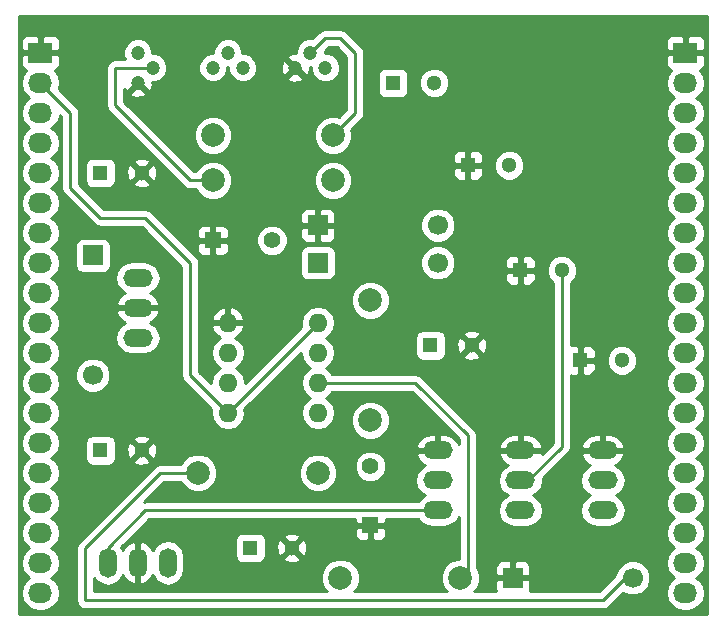
<source format=gbr>
G04 #@! TF.FileFunction,Copper,L2,Bot,Signal*
%FSLAX46Y46*%
G04 Gerber Fmt 4.6, Leading zero omitted, Abs format (unit mm)*
G04 Created by KiCad (PCBNEW 4.0.3+e1-6302~38~ubuntu16.04.1-stable) date Thu Aug 25 17:21:12 2016*
%MOMM*%
%LPD*%
G01*
G04 APERTURE LIST*
%ADD10C,0.100000*%
%ADD11R,1.400000X1.400000*%
%ADD12C,1.400000*%
%ADD13C,1.300000*%
%ADD14R,1.300000X1.300000*%
%ADD15C,1.699260*%
%ADD16R,1.699260X1.699260*%
%ADD17C,1.200000*%
%ADD18C,1.998980*%
%ADD19O,1.600000X1.600000*%
%ADD20O,2.499360X1.501140*%
%ADD21O,1.501140X2.499360*%
%ADD22R,2.032000X1.727200*%
%ADD23O,2.032000X1.727200*%
%ADD24C,0.250000*%
%ADD25C,0.254000*%
G04 APERTURE END LIST*
D10*
D11*
X60960000Y-84455000D03*
D12*
X60960000Y-79455000D03*
D11*
X47625000Y-60325000D03*
D12*
X52625000Y-60325000D03*
D13*
X41600000Y-54610000D03*
D14*
X38100000Y-54610000D03*
D13*
X41600000Y-78105000D03*
D14*
X38100000Y-78105000D03*
D13*
X54300000Y-86360000D03*
D14*
X50800000Y-86360000D03*
D13*
X69540000Y-69215000D03*
D14*
X66040000Y-69215000D03*
D13*
X66365000Y-46990000D03*
D14*
X62865000Y-46990000D03*
D13*
X72715000Y-53975000D03*
D14*
X69215000Y-53975000D03*
D13*
X77160000Y-62865000D03*
D14*
X73660000Y-62865000D03*
D13*
X82240000Y-70485000D03*
D14*
X78740000Y-70485000D03*
D15*
X37467540Y-71755520D03*
D16*
X37467540Y-61595520D03*
D15*
X83185520Y-88897460D03*
D16*
X73025520Y-88897460D03*
D15*
X66675520Y-59052460D03*
D16*
X56515520Y-59052460D03*
D15*
X66675520Y-62227460D03*
D16*
X56515520Y-62227460D03*
D17*
X41275000Y-46990000D03*
X42545000Y-45720000D03*
X41275000Y-44450000D03*
X50165000Y-45720000D03*
X48895000Y-44450000D03*
X47625000Y-45720000D03*
X57150000Y-45720000D03*
X55880000Y-44450000D03*
X54610000Y-45720000D03*
D18*
X60960000Y-75565000D03*
X60960000Y-65405000D03*
X58420000Y-88900000D03*
X68580000Y-88900000D03*
X47625000Y-55245000D03*
X57785000Y-55245000D03*
X47625000Y-51435000D03*
X57785000Y-51435000D03*
X46355000Y-80010000D03*
X56515000Y-80010000D03*
D19*
X48895000Y-67310000D03*
X48895000Y-69850000D03*
X48895000Y-72390000D03*
X48895000Y-74930000D03*
X56515000Y-74930000D03*
X56515000Y-72390000D03*
X56515000Y-69850000D03*
X56515000Y-67310000D03*
D20*
X41275000Y-66040000D03*
X41275000Y-63500000D03*
X41275000Y-68580000D03*
D21*
X41275000Y-87630000D03*
X38735000Y-87630000D03*
X43815000Y-87630000D03*
D20*
X66675000Y-80645000D03*
X66675000Y-78105000D03*
X66675000Y-83185000D03*
X80645000Y-80645000D03*
X80645000Y-78105000D03*
X80645000Y-83185000D03*
X73660000Y-80645000D03*
X73660000Y-78105000D03*
X73660000Y-83185000D03*
D22*
X33020000Y-44450000D03*
D23*
X33020000Y-46990000D03*
X33020000Y-49530000D03*
X33020000Y-52070000D03*
X33020000Y-54610000D03*
X33020000Y-57150000D03*
X33020000Y-59690000D03*
X33020000Y-62230000D03*
X33020000Y-64770000D03*
X33020000Y-67310000D03*
X33020000Y-69850000D03*
X33020000Y-72390000D03*
X33020000Y-74930000D03*
X33020000Y-77470000D03*
X33020000Y-80010000D03*
X33020000Y-82550000D03*
X33020000Y-85090000D03*
X33020000Y-87630000D03*
X33020000Y-90170000D03*
D22*
X87630000Y-44450000D03*
D23*
X87630000Y-46990000D03*
X87630000Y-49530000D03*
X87630000Y-52070000D03*
X87630000Y-54610000D03*
X87630000Y-57150000D03*
X87630000Y-59690000D03*
X87630000Y-62230000D03*
X87630000Y-64770000D03*
X87630000Y-67310000D03*
X87630000Y-69850000D03*
X87630000Y-72390000D03*
X87630000Y-74930000D03*
X87630000Y-77470000D03*
X87630000Y-80010000D03*
X87630000Y-82550000D03*
X87630000Y-85090000D03*
X87630000Y-87630000D03*
X87630000Y-90170000D03*
D24*
X56515000Y-72390000D02*
X64770000Y-72390000D01*
X69215000Y-76835000D02*
X69215000Y-88265000D01*
X64770000Y-72390000D02*
X69215000Y-76835000D01*
X69215000Y-88265000D02*
X68580000Y-88900000D01*
X38735000Y-87630000D02*
X38735000Y-86360000D01*
X41910000Y-83185000D02*
X66675000Y-83185000D01*
X38735000Y-86360000D02*
X41910000Y-83185000D01*
X33020000Y-46990000D02*
X35560000Y-49530000D01*
X45720000Y-71755000D02*
X48895000Y-74930000D01*
X45720000Y-62230000D02*
X45720000Y-71755000D01*
X41910000Y-58420000D02*
X45720000Y-62230000D01*
X38100000Y-58420000D02*
X41910000Y-58420000D01*
X35560000Y-55880000D02*
X38100000Y-58420000D01*
X35560000Y-53340000D02*
X35560000Y-55880000D01*
X35560000Y-49530000D02*
X35560000Y-53340000D01*
X56515000Y-67310000D02*
X48895000Y-74930000D01*
X73660000Y-80645000D02*
X74295000Y-80645000D01*
X74295000Y-80645000D02*
X77160000Y-77780000D01*
X77160000Y-77780000D02*
X77160000Y-62865000D01*
X46355000Y-80010000D02*
X43180000Y-80010000D01*
X80645000Y-90805000D02*
X82552540Y-88897460D01*
X36830000Y-90805000D02*
X80645000Y-90805000D01*
X36830000Y-86360000D02*
X36830000Y-90805000D01*
X43180000Y-80010000D02*
X36830000Y-86360000D01*
X82552540Y-88897460D02*
X83185520Y-88897460D01*
X42545000Y-45720000D02*
X39370000Y-45720000D01*
X45720000Y-55245000D02*
X47625000Y-55245000D01*
X39370000Y-48895000D02*
X45720000Y-55245000D01*
X39370000Y-45720000D02*
X39370000Y-48895000D01*
X55880000Y-44450000D02*
X57150000Y-43180000D01*
X59690000Y-49530000D02*
X57785000Y-51435000D01*
X59690000Y-44450000D02*
X59690000Y-49530000D01*
X58420000Y-43180000D02*
X59690000Y-44450000D01*
X57150000Y-43180000D02*
X58420000Y-43180000D01*
X57785000Y-51435000D02*
X57785000Y-50800000D01*
D25*
G36*
X89460000Y-92000000D02*
X31190000Y-92000000D01*
X31190000Y-46990000D01*
X31336655Y-46990000D01*
X31450729Y-47563489D01*
X31775585Y-48049670D01*
X32090366Y-48260000D01*
X31775585Y-48470330D01*
X31450729Y-48956511D01*
X31336655Y-49530000D01*
X31450729Y-50103489D01*
X31775585Y-50589670D01*
X32090366Y-50800000D01*
X31775585Y-51010330D01*
X31450729Y-51496511D01*
X31336655Y-52070000D01*
X31450729Y-52643489D01*
X31775585Y-53129670D01*
X32090366Y-53340000D01*
X31775585Y-53550330D01*
X31450729Y-54036511D01*
X31336655Y-54610000D01*
X31450729Y-55183489D01*
X31775585Y-55669670D01*
X32090366Y-55880000D01*
X31775585Y-56090330D01*
X31450729Y-56576511D01*
X31336655Y-57150000D01*
X31450729Y-57723489D01*
X31775585Y-58209670D01*
X32090366Y-58420000D01*
X31775585Y-58630330D01*
X31450729Y-59116511D01*
X31336655Y-59690000D01*
X31450729Y-60263489D01*
X31775585Y-60749670D01*
X32090366Y-60960000D01*
X31775585Y-61170330D01*
X31450729Y-61656511D01*
X31336655Y-62230000D01*
X31450729Y-62803489D01*
X31775585Y-63289670D01*
X32090366Y-63500000D01*
X31775585Y-63710330D01*
X31450729Y-64196511D01*
X31336655Y-64770000D01*
X31450729Y-65343489D01*
X31775585Y-65829670D01*
X32090366Y-66040000D01*
X31775585Y-66250330D01*
X31450729Y-66736511D01*
X31336655Y-67310000D01*
X31450729Y-67883489D01*
X31775585Y-68369670D01*
X32090366Y-68580000D01*
X31775585Y-68790330D01*
X31450729Y-69276511D01*
X31336655Y-69850000D01*
X31450729Y-70423489D01*
X31775585Y-70909670D01*
X32090366Y-71120000D01*
X31775585Y-71330330D01*
X31450729Y-71816511D01*
X31336655Y-72390000D01*
X31450729Y-72963489D01*
X31775585Y-73449670D01*
X32090366Y-73660000D01*
X31775585Y-73870330D01*
X31450729Y-74356511D01*
X31336655Y-74930000D01*
X31450729Y-75503489D01*
X31775585Y-75989670D01*
X32090366Y-76200000D01*
X31775585Y-76410330D01*
X31450729Y-76896511D01*
X31336655Y-77470000D01*
X31450729Y-78043489D01*
X31775585Y-78529670D01*
X32090366Y-78740000D01*
X31775585Y-78950330D01*
X31450729Y-79436511D01*
X31336655Y-80010000D01*
X31450729Y-80583489D01*
X31775585Y-81069670D01*
X32090366Y-81280000D01*
X31775585Y-81490330D01*
X31450729Y-81976511D01*
X31336655Y-82550000D01*
X31450729Y-83123489D01*
X31775585Y-83609670D01*
X32090366Y-83820000D01*
X31775585Y-84030330D01*
X31450729Y-84516511D01*
X31336655Y-85090000D01*
X31450729Y-85663489D01*
X31775585Y-86149670D01*
X32090366Y-86360000D01*
X31775585Y-86570330D01*
X31450729Y-87056511D01*
X31336655Y-87630000D01*
X31450729Y-88203489D01*
X31775585Y-88689670D01*
X32090366Y-88900000D01*
X31775585Y-89110330D01*
X31450729Y-89596511D01*
X31336655Y-90170000D01*
X31450729Y-90743489D01*
X31775585Y-91229670D01*
X32261766Y-91554526D01*
X32835255Y-91668600D01*
X33204745Y-91668600D01*
X33778234Y-91554526D01*
X34264415Y-91229670D01*
X34589271Y-90743489D01*
X34703345Y-90170000D01*
X34589271Y-89596511D01*
X34264415Y-89110330D01*
X33949634Y-88900000D01*
X34264415Y-88689670D01*
X34589271Y-88203489D01*
X34703345Y-87630000D01*
X34589271Y-87056511D01*
X34264415Y-86570330D01*
X33949634Y-86360000D01*
X34264415Y-86149670D01*
X34589271Y-85663489D01*
X34703345Y-85090000D01*
X34589271Y-84516511D01*
X34264415Y-84030330D01*
X33949634Y-83820000D01*
X34264415Y-83609670D01*
X34589271Y-83123489D01*
X34703345Y-82550000D01*
X34589271Y-81976511D01*
X34264415Y-81490330D01*
X33949634Y-81280000D01*
X34264415Y-81069670D01*
X34589271Y-80583489D01*
X34703345Y-80010000D01*
X34589271Y-79436511D01*
X34264415Y-78950330D01*
X33949634Y-78740000D01*
X34264415Y-78529670D01*
X34589271Y-78043489D01*
X34703345Y-77470000D01*
X34700362Y-77455000D01*
X36802560Y-77455000D01*
X36802560Y-78755000D01*
X36846838Y-78990317D01*
X36985910Y-79206441D01*
X37198110Y-79351431D01*
X37450000Y-79402440D01*
X38750000Y-79402440D01*
X38985317Y-79358162D01*
X39201441Y-79219090D01*
X39346431Y-79006890D01*
X39347012Y-79004016D01*
X40880590Y-79004016D01*
X40936271Y-79234611D01*
X41419078Y-79402622D01*
X41929428Y-79373083D01*
X42263729Y-79234611D01*
X42319410Y-79004016D01*
X41600000Y-78284605D01*
X40880590Y-79004016D01*
X39347012Y-79004016D01*
X39397440Y-78755000D01*
X39397440Y-77924078D01*
X40302378Y-77924078D01*
X40331917Y-78434428D01*
X40470389Y-78768729D01*
X40700984Y-78824410D01*
X41420395Y-78105000D01*
X41779605Y-78105000D01*
X42499016Y-78824410D01*
X42729611Y-78768729D01*
X42897622Y-78285922D01*
X42868083Y-77775572D01*
X42863176Y-77763725D01*
X64833007Y-77763725D01*
X64955661Y-77978000D01*
X66548000Y-77978000D01*
X66548000Y-76719430D01*
X66048890Y-76719430D01*
X65528323Y-76873501D01*
X65106342Y-77215056D01*
X64847190Y-77692097D01*
X64833007Y-77763725D01*
X42863176Y-77763725D01*
X42729611Y-77441271D01*
X42499016Y-77385590D01*
X41779605Y-78105000D01*
X41420395Y-78105000D01*
X40700984Y-77385590D01*
X40470389Y-77441271D01*
X40302378Y-77924078D01*
X39397440Y-77924078D01*
X39397440Y-77455000D01*
X39353162Y-77219683D01*
X39344347Y-77205984D01*
X40880590Y-77205984D01*
X41600000Y-77925395D01*
X42319410Y-77205984D01*
X42263729Y-76975389D01*
X41780922Y-76807378D01*
X41270572Y-76836917D01*
X40936271Y-76975389D01*
X40880590Y-77205984D01*
X39344347Y-77205984D01*
X39214090Y-77003559D01*
X39001890Y-76858569D01*
X38750000Y-76807560D01*
X37450000Y-76807560D01*
X37214683Y-76851838D01*
X36998559Y-76990910D01*
X36853569Y-77203110D01*
X36802560Y-77455000D01*
X34700362Y-77455000D01*
X34589271Y-76896511D01*
X34264415Y-76410330D01*
X33949634Y-76200000D01*
X34264415Y-75989670D01*
X34589271Y-75503489D01*
X34703345Y-74930000D01*
X34589271Y-74356511D01*
X34264415Y-73870330D01*
X33949634Y-73660000D01*
X34264415Y-73449670D01*
X34589271Y-72963489D01*
X34703345Y-72390000D01*
X34635623Y-72049536D01*
X35982652Y-72049536D01*
X36208198Y-72595397D01*
X36625466Y-73013394D01*
X37170933Y-73239892D01*
X37761556Y-73240408D01*
X38307417Y-73014862D01*
X38725414Y-72597594D01*
X38951912Y-72052127D01*
X38952428Y-71461504D01*
X38726882Y-70915643D01*
X38309614Y-70497646D01*
X37764147Y-70271148D01*
X37173524Y-70270632D01*
X36627663Y-70496178D01*
X36209666Y-70913446D01*
X35983168Y-71458913D01*
X35982652Y-72049536D01*
X34635623Y-72049536D01*
X34589271Y-71816511D01*
X34264415Y-71330330D01*
X33949634Y-71120000D01*
X34264415Y-70909670D01*
X34589271Y-70423489D01*
X34703345Y-69850000D01*
X34589271Y-69276511D01*
X34264415Y-68790330D01*
X33949634Y-68580000D01*
X39353397Y-68580000D01*
X39458867Y-69110235D01*
X39759221Y-69559746D01*
X40208732Y-69860100D01*
X40738967Y-69965570D01*
X41811033Y-69965570D01*
X42341268Y-69860100D01*
X42790779Y-69559746D01*
X43091133Y-69110235D01*
X43196603Y-68580000D01*
X43091133Y-68049765D01*
X42790779Y-67600254D01*
X42341268Y-67299900D01*
X42331968Y-67298050D01*
X42421677Y-67271499D01*
X42843658Y-66929944D01*
X43102810Y-66452903D01*
X43116993Y-66381275D01*
X42994339Y-66167000D01*
X41402000Y-66167000D01*
X41402000Y-66187000D01*
X41148000Y-66187000D01*
X41148000Y-66167000D01*
X39555661Y-66167000D01*
X39433007Y-66381275D01*
X39447190Y-66452903D01*
X39706342Y-66929944D01*
X40128323Y-67271499D01*
X40218032Y-67298050D01*
X40208732Y-67299900D01*
X39759221Y-67600254D01*
X39458867Y-68049765D01*
X39353397Y-68580000D01*
X33949634Y-68580000D01*
X34264415Y-68369670D01*
X34589271Y-67883489D01*
X34703345Y-67310000D01*
X34589271Y-66736511D01*
X34264415Y-66250330D01*
X33949634Y-66040000D01*
X34264415Y-65829670D01*
X34589271Y-65343489D01*
X34703345Y-64770000D01*
X34589271Y-64196511D01*
X34264415Y-63710330D01*
X33949634Y-63500000D01*
X39353397Y-63500000D01*
X39458867Y-64030235D01*
X39759221Y-64479746D01*
X40208732Y-64780100D01*
X40218032Y-64781950D01*
X40128323Y-64808501D01*
X39706342Y-65150056D01*
X39447190Y-65627097D01*
X39433007Y-65698725D01*
X39555661Y-65913000D01*
X41148000Y-65913000D01*
X41148000Y-65893000D01*
X41402000Y-65893000D01*
X41402000Y-65913000D01*
X42994339Y-65913000D01*
X43116993Y-65698725D01*
X43102810Y-65627097D01*
X42843658Y-65150056D01*
X42421677Y-64808501D01*
X42331968Y-64781950D01*
X42341268Y-64780100D01*
X42790779Y-64479746D01*
X43091133Y-64030235D01*
X43196603Y-63500000D01*
X43091133Y-62969765D01*
X42790779Y-62520254D01*
X42341268Y-62219900D01*
X41811033Y-62114430D01*
X40738967Y-62114430D01*
X40208732Y-62219900D01*
X39759221Y-62520254D01*
X39458867Y-62969765D01*
X39353397Y-63500000D01*
X33949634Y-63500000D01*
X34264415Y-63289670D01*
X34589271Y-62803489D01*
X34703345Y-62230000D01*
X34589271Y-61656511D01*
X34264415Y-61170330D01*
X33949634Y-60960000D01*
X34264415Y-60749670D01*
X34266940Y-60745890D01*
X35970470Y-60745890D01*
X35970470Y-62445150D01*
X36014748Y-62680467D01*
X36153820Y-62896591D01*
X36366020Y-63041581D01*
X36617910Y-63092590D01*
X38317170Y-63092590D01*
X38552487Y-63048312D01*
X38768611Y-62909240D01*
X38913601Y-62697040D01*
X38964610Y-62445150D01*
X38964610Y-60745890D01*
X38920332Y-60510573D01*
X38781260Y-60294449D01*
X38569060Y-60149459D01*
X38317170Y-60098450D01*
X36617910Y-60098450D01*
X36382593Y-60142728D01*
X36166469Y-60281800D01*
X36021479Y-60494000D01*
X35970470Y-60745890D01*
X34266940Y-60745890D01*
X34589271Y-60263489D01*
X34703345Y-59690000D01*
X34589271Y-59116511D01*
X34264415Y-58630330D01*
X33949634Y-58420000D01*
X34264415Y-58209670D01*
X34589271Y-57723489D01*
X34703345Y-57150000D01*
X34589271Y-56576511D01*
X34264415Y-56090330D01*
X33949634Y-55880000D01*
X34264415Y-55669670D01*
X34589271Y-55183489D01*
X34703345Y-54610000D01*
X34589271Y-54036511D01*
X34264415Y-53550330D01*
X33949634Y-53340000D01*
X34264415Y-53129670D01*
X34589271Y-52643489D01*
X34703345Y-52070000D01*
X34589271Y-51496511D01*
X34264415Y-51010330D01*
X33949634Y-50800000D01*
X34264415Y-50589670D01*
X34589271Y-50103489D01*
X34667152Y-49711954D01*
X34800000Y-49844802D01*
X34800000Y-55880000D01*
X34857852Y-56170839D01*
X35022599Y-56417401D01*
X37562599Y-58957401D01*
X37809160Y-59122148D01*
X37857414Y-59131746D01*
X38100000Y-59180000D01*
X41595198Y-59180000D01*
X44960000Y-62544802D01*
X44960000Y-71755000D01*
X45017852Y-72045839D01*
X45182599Y-72292401D01*
X47496312Y-74606114D01*
X47431887Y-74930000D01*
X47541120Y-75479151D01*
X47852189Y-75944698D01*
X48317736Y-76255767D01*
X48866887Y-76365000D01*
X48923113Y-76365000D01*
X49472264Y-76255767D01*
X49937811Y-75944698D01*
X50248880Y-75479151D01*
X50358113Y-74930000D01*
X50293688Y-74606114D01*
X55052405Y-69847397D01*
X55051887Y-69850000D01*
X55161120Y-70399151D01*
X55472189Y-70864698D01*
X55854275Y-71120000D01*
X55472189Y-71375302D01*
X55161120Y-71840849D01*
X55051887Y-72390000D01*
X55161120Y-72939151D01*
X55472189Y-73404698D01*
X55854275Y-73660000D01*
X55472189Y-73915302D01*
X55161120Y-74380849D01*
X55051887Y-74930000D01*
X55161120Y-75479151D01*
X55472189Y-75944698D01*
X55937736Y-76255767D01*
X56486887Y-76365000D01*
X56543113Y-76365000D01*
X57092264Y-76255767D01*
X57557811Y-75944698D01*
X57595231Y-75888694D01*
X59325226Y-75888694D01*
X59573538Y-76489655D01*
X60032927Y-76949846D01*
X60633453Y-77199206D01*
X61283694Y-77199774D01*
X61884655Y-76951462D01*
X62344846Y-76492073D01*
X62594206Y-75891547D01*
X62594774Y-75241306D01*
X62346462Y-74640345D01*
X61887073Y-74180154D01*
X61286547Y-73930794D01*
X60636306Y-73930226D01*
X60035345Y-74178538D01*
X59575154Y-74637927D01*
X59325794Y-75238453D01*
X59325226Y-75888694D01*
X57595231Y-75888694D01*
X57868880Y-75479151D01*
X57978113Y-74930000D01*
X57868880Y-74380849D01*
X57557811Y-73915302D01*
X57175725Y-73660000D01*
X57557811Y-73404698D01*
X57727995Y-73150000D01*
X64455198Y-73150000D01*
X68455000Y-77149802D01*
X68455000Y-77604089D01*
X68243658Y-77215056D01*
X67821677Y-76873501D01*
X67301110Y-76719430D01*
X66802000Y-76719430D01*
X66802000Y-77978000D01*
X66822000Y-77978000D01*
X66822000Y-78232000D01*
X66802000Y-78232000D01*
X66802000Y-78252000D01*
X66548000Y-78252000D01*
X66548000Y-78232000D01*
X64955661Y-78232000D01*
X64833007Y-78446275D01*
X64847190Y-78517903D01*
X65106342Y-78994944D01*
X65528323Y-79336499D01*
X65618032Y-79363050D01*
X65608732Y-79364900D01*
X65159221Y-79665254D01*
X64858867Y-80114765D01*
X64753397Y-80645000D01*
X64858867Y-81175235D01*
X65159221Y-81624746D01*
X65593616Y-81915000D01*
X65159221Y-82205254D01*
X65012391Y-82425000D01*
X41910000Y-82425000D01*
X41822371Y-82442431D01*
X43494802Y-80770000D01*
X44900504Y-80770000D01*
X44968538Y-80934655D01*
X45427927Y-81394846D01*
X46028453Y-81644206D01*
X46678694Y-81644774D01*
X47279655Y-81396462D01*
X47739846Y-80937073D01*
X47989206Y-80336547D01*
X47989208Y-80333694D01*
X54880226Y-80333694D01*
X55128538Y-80934655D01*
X55587927Y-81394846D01*
X56188453Y-81644206D01*
X56838694Y-81644774D01*
X57439655Y-81396462D01*
X57899846Y-80937073D01*
X58149206Y-80336547D01*
X58149745Y-79719383D01*
X59624769Y-79719383D01*
X59827582Y-80210229D01*
X60202796Y-80586098D01*
X60693287Y-80789768D01*
X61224383Y-80790231D01*
X61715229Y-80587418D01*
X62091098Y-80212204D01*
X62294768Y-79721713D01*
X62295231Y-79190617D01*
X62092418Y-78699771D01*
X61717204Y-78323902D01*
X61226713Y-78120232D01*
X60695617Y-78119769D01*
X60204771Y-78322582D01*
X59828902Y-78697796D01*
X59625232Y-79188287D01*
X59624769Y-79719383D01*
X58149745Y-79719383D01*
X58149774Y-79686306D01*
X57901462Y-79085345D01*
X57442073Y-78625154D01*
X56841547Y-78375794D01*
X56191306Y-78375226D01*
X55590345Y-78623538D01*
X55130154Y-79082927D01*
X54880794Y-79683453D01*
X54880226Y-80333694D01*
X47989208Y-80333694D01*
X47989774Y-79686306D01*
X47741462Y-79085345D01*
X47282073Y-78625154D01*
X46681547Y-78375794D01*
X46031306Y-78375226D01*
X45430345Y-78623538D01*
X44970154Y-79082927D01*
X44900779Y-79250000D01*
X43180000Y-79250000D01*
X42889161Y-79307852D01*
X42642599Y-79472599D01*
X36292599Y-85822599D01*
X36127852Y-86069161D01*
X36070000Y-86360000D01*
X36070000Y-90805000D01*
X36127852Y-91095839D01*
X36292599Y-91342401D01*
X36539161Y-91507148D01*
X36830000Y-91565000D01*
X80645000Y-91565000D01*
X80935839Y-91507148D01*
X81182401Y-91342401D01*
X82361833Y-90162969D01*
X82888913Y-90381832D01*
X83479536Y-90382348D01*
X84025397Y-90156802D01*
X84443394Y-89739534D01*
X84669892Y-89194067D01*
X84670408Y-88603444D01*
X84444862Y-88057583D01*
X84027594Y-87639586D01*
X83482127Y-87413088D01*
X82891504Y-87412572D01*
X82345643Y-87638118D01*
X81927646Y-88055386D01*
X81701148Y-88600853D01*
X81701084Y-88674114D01*
X80330198Y-90045000D01*
X74439071Y-90045000D01*
X74510150Y-89873400D01*
X74510150Y-89183210D01*
X74351400Y-89024460D01*
X73152520Y-89024460D01*
X73152520Y-89044460D01*
X72898520Y-89044460D01*
X72898520Y-89024460D01*
X71699640Y-89024460D01*
X71540890Y-89183210D01*
X71540890Y-89873400D01*
X71611969Y-90045000D01*
X69746539Y-90045000D01*
X69964846Y-89827073D01*
X70214206Y-89226547D01*
X70214774Y-88576306D01*
X69975000Y-87996009D01*
X69975000Y-87921520D01*
X71540890Y-87921520D01*
X71540890Y-88611710D01*
X71699640Y-88770460D01*
X72898520Y-88770460D01*
X72898520Y-87571580D01*
X73152520Y-87571580D01*
X73152520Y-88770460D01*
X74351400Y-88770460D01*
X74510150Y-88611710D01*
X74510150Y-87921520D01*
X74413477Y-87688131D01*
X74234848Y-87509503D01*
X74001459Y-87412830D01*
X73311270Y-87412830D01*
X73152520Y-87571580D01*
X72898520Y-87571580D01*
X72739770Y-87412830D01*
X72049581Y-87412830D01*
X71816192Y-87509503D01*
X71637563Y-87688131D01*
X71540890Y-87921520D01*
X69975000Y-87921520D01*
X69975000Y-80645000D01*
X71738397Y-80645000D01*
X71843867Y-81175235D01*
X72144221Y-81624746D01*
X72578616Y-81915000D01*
X72144221Y-82205254D01*
X71843867Y-82654765D01*
X71738397Y-83185000D01*
X71843867Y-83715235D01*
X72144221Y-84164746D01*
X72593732Y-84465100D01*
X73123967Y-84570570D01*
X74196033Y-84570570D01*
X74726268Y-84465100D01*
X75175779Y-84164746D01*
X75476133Y-83715235D01*
X75581603Y-83185000D01*
X75476133Y-82654765D01*
X75175779Y-82205254D01*
X74741384Y-81915000D01*
X75175779Y-81624746D01*
X75476133Y-81175235D01*
X75581603Y-80645000D01*
X78723397Y-80645000D01*
X78828867Y-81175235D01*
X79129221Y-81624746D01*
X79563616Y-81915000D01*
X79129221Y-82205254D01*
X78828867Y-82654765D01*
X78723397Y-83185000D01*
X78828867Y-83715235D01*
X79129221Y-84164746D01*
X79578732Y-84465100D01*
X80108967Y-84570570D01*
X81181033Y-84570570D01*
X81711268Y-84465100D01*
X82160779Y-84164746D01*
X82461133Y-83715235D01*
X82566603Y-83185000D01*
X82461133Y-82654765D01*
X82160779Y-82205254D01*
X81726384Y-81915000D01*
X82160779Y-81624746D01*
X82461133Y-81175235D01*
X82566603Y-80645000D01*
X82461133Y-80114765D01*
X82160779Y-79665254D01*
X81711268Y-79364900D01*
X81701968Y-79363050D01*
X81791677Y-79336499D01*
X82213658Y-78994944D01*
X82472810Y-78517903D01*
X82486993Y-78446275D01*
X82364339Y-78232000D01*
X80772000Y-78232000D01*
X80772000Y-78252000D01*
X80518000Y-78252000D01*
X80518000Y-78232000D01*
X78925661Y-78232000D01*
X78803007Y-78446275D01*
X78817190Y-78517903D01*
X79076342Y-78994944D01*
X79498323Y-79336499D01*
X79588032Y-79363050D01*
X79578732Y-79364900D01*
X79129221Y-79665254D01*
X78828867Y-80114765D01*
X78723397Y-80645000D01*
X75581603Y-80645000D01*
X75546463Y-80468339D01*
X77697401Y-78317401D01*
X77862148Y-78070839D01*
X77920000Y-77780000D01*
X77920000Y-77763725D01*
X78803007Y-77763725D01*
X78925661Y-77978000D01*
X80518000Y-77978000D01*
X80518000Y-76719430D01*
X80772000Y-76719430D01*
X80772000Y-77978000D01*
X82364339Y-77978000D01*
X82486993Y-77763725D01*
X82472810Y-77692097D01*
X82213658Y-77215056D01*
X81791677Y-76873501D01*
X81271110Y-76719430D01*
X80772000Y-76719430D01*
X80518000Y-76719430D01*
X80018890Y-76719430D01*
X79498323Y-76873501D01*
X79076342Y-77215056D01*
X78817190Y-77692097D01*
X78803007Y-77763725D01*
X77920000Y-77763725D01*
X77920000Y-71751903D01*
X77963691Y-71770000D01*
X78454250Y-71770000D01*
X78613000Y-71611250D01*
X78613000Y-70612000D01*
X78867000Y-70612000D01*
X78867000Y-71611250D01*
X79025750Y-71770000D01*
X79516309Y-71770000D01*
X79749698Y-71673327D01*
X79928327Y-71494699D01*
X80025000Y-71261310D01*
X80025000Y-70770750D01*
X79993731Y-70739481D01*
X80954777Y-70739481D01*
X81149995Y-71211943D01*
X81511155Y-71573735D01*
X81983276Y-71769777D01*
X82494481Y-71770223D01*
X82966943Y-71575005D01*
X83328735Y-71213845D01*
X83524777Y-70741724D01*
X83525223Y-70230519D01*
X83330005Y-69758057D01*
X82968845Y-69396265D01*
X82496724Y-69200223D01*
X81985519Y-69199777D01*
X81513057Y-69394995D01*
X81151265Y-69756155D01*
X80955223Y-70228276D01*
X80954777Y-70739481D01*
X79993731Y-70739481D01*
X79866250Y-70612000D01*
X78867000Y-70612000D01*
X78613000Y-70612000D01*
X78593000Y-70612000D01*
X78593000Y-70358000D01*
X78613000Y-70358000D01*
X78613000Y-69358750D01*
X78867000Y-69358750D01*
X78867000Y-70358000D01*
X79866250Y-70358000D01*
X80025000Y-70199250D01*
X80025000Y-69708690D01*
X79928327Y-69475301D01*
X79749698Y-69296673D01*
X79516309Y-69200000D01*
X79025750Y-69200000D01*
X78867000Y-69358750D01*
X78613000Y-69358750D01*
X78454250Y-69200000D01*
X77963691Y-69200000D01*
X77920000Y-69218097D01*
X77920000Y-63922006D01*
X78248735Y-63593845D01*
X78444777Y-63121724D01*
X78445223Y-62610519D01*
X78250005Y-62138057D01*
X77888845Y-61776265D01*
X77416724Y-61580223D01*
X76905519Y-61579777D01*
X76433057Y-61774995D01*
X76071265Y-62136155D01*
X75875223Y-62608276D01*
X75874777Y-63119481D01*
X76069995Y-63591943D01*
X76400000Y-63922525D01*
X76400000Y-77465198D01*
X75471753Y-78393445D01*
X75379339Y-78232000D01*
X73787000Y-78232000D01*
X73787000Y-78252000D01*
X73533000Y-78252000D01*
X73533000Y-78232000D01*
X71940661Y-78232000D01*
X71818007Y-78446275D01*
X71832190Y-78517903D01*
X72091342Y-78994944D01*
X72513323Y-79336499D01*
X72603032Y-79363050D01*
X72593732Y-79364900D01*
X72144221Y-79665254D01*
X71843867Y-80114765D01*
X71738397Y-80645000D01*
X69975000Y-80645000D01*
X69975000Y-77763725D01*
X71818007Y-77763725D01*
X71940661Y-77978000D01*
X73533000Y-77978000D01*
X73533000Y-76719430D01*
X73787000Y-76719430D01*
X73787000Y-77978000D01*
X75379339Y-77978000D01*
X75501993Y-77763725D01*
X75487810Y-77692097D01*
X75228658Y-77215056D01*
X74806677Y-76873501D01*
X74286110Y-76719430D01*
X73787000Y-76719430D01*
X73533000Y-76719430D01*
X73033890Y-76719430D01*
X72513323Y-76873501D01*
X72091342Y-77215056D01*
X71832190Y-77692097D01*
X71818007Y-77763725D01*
X69975000Y-77763725D01*
X69975000Y-76835000D01*
X69969506Y-76807378D01*
X69917148Y-76544160D01*
X69752401Y-76297599D01*
X65307401Y-71852599D01*
X65060839Y-71687852D01*
X64770000Y-71630000D01*
X57727995Y-71630000D01*
X57557811Y-71375302D01*
X57175725Y-71120000D01*
X57557811Y-70864698D01*
X57868880Y-70399151D01*
X57978113Y-69850000D01*
X57868880Y-69300849D01*
X57557811Y-68835302D01*
X57175725Y-68580000D01*
X57198174Y-68565000D01*
X64742560Y-68565000D01*
X64742560Y-69865000D01*
X64786838Y-70100317D01*
X64925910Y-70316441D01*
X65138110Y-70461431D01*
X65390000Y-70512440D01*
X66690000Y-70512440D01*
X66925317Y-70468162D01*
X67141441Y-70329090D01*
X67286431Y-70116890D01*
X67287012Y-70114016D01*
X68820590Y-70114016D01*
X68876271Y-70344611D01*
X69359078Y-70512622D01*
X69869428Y-70483083D01*
X70203729Y-70344611D01*
X70259410Y-70114016D01*
X69540000Y-69394605D01*
X68820590Y-70114016D01*
X67287012Y-70114016D01*
X67337440Y-69865000D01*
X67337440Y-69034078D01*
X68242378Y-69034078D01*
X68271917Y-69544428D01*
X68410389Y-69878729D01*
X68640984Y-69934410D01*
X69360395Y-69215000D01*
X69719605Y-69215000D01*
X70439016Y-69934410D01*
X70669611Y-69878729D01*
X70837622Y-69395922D01*
X70808083Y-68885572D01*
X70669611Y-68551271D01*
X70439016Y-68495590D01*
X69719605Y-69215000D01*
X69360395Y-69215000D01*
X68640984Y-68495590D01*
X68410389Y-68551271D01*
X68242378Y-69034078D01*
X67337440Y-69034078D01*
X67337440Y-68565000D01*
X67293162Y-68329683D01*
X67284347Y-68315984D01*
X68820590Y-68315984D01*
X69540000Y-69035395D01*
X70259410Y-68315984D01*
X70203729Y-68085389D01*
X69720922Y-67917378D01*
X69210572Y-67946917D01*
X68876271Y-68085389D01*
X68820590Y-68315984D01*
X67284347Y-68315984D01*
X67154090Y-68113559D01*
X66941890Y-67968569D01*
X66690000Y-67917560D01*
X65390000Y-67917560D01*
X65154683Y-67961838D01*
X64938559Y-68100910D01*
X64793569Y-68313110D01*
X64742560Y-68565000D01*
X57198174Y-68565000D01*
X57557811Y-68324698D01*
X57868880Y-67859151D01*
X57978113Y-67310000D01*
X57868880Y-66760849D01*
X57557811Y-66295302D01*
X57092264Y-65984233D01*
X56543113Y-65875000D01*
X56486887Y-65875000D01*
X55937736Y-65984233D01*
X55472189Y-66295302D01*
X55161120Y-66760849D01*
X55051887Y-67310000D01*
X55116312Y-67633886D01*
X50357595Y-72392603D01*
X50358113Y-72390000D01*
X50248880Y-71840849D01*
X49937811Y-71375302D01*
X49555725Y-71120000D01*
X49937811Y-70864698D01*
X50248880Y-70399151D01*
X50358113Y-69850000D01*
X50248880Y-69300849D01*
X49937811Y-68835302D01*
X49533297Y-68565014D01*
X49750134Y-68462389D01*
X50126041Y-68047423D01*
X50286904Y-67659039D01*
X50164915Y-67437000D01*
X49022000Y-67437000D01*
X49022000Y-67457000D01*
X48768000Y-67457000D01*
X48768000Y-67437000D01*
X47625085Y-67437000D01*
X47503096Y-67659039D01*
X47663959Y-68047423D01*
X48039866Y-68462389D01*
X48256703Y-68565014D01*
X47852189Y-68835302D01*
X47541120Y-69300849D01*
X47431887Y-69850000D01*
X47541120Y-70399151D01*
X47852189Y-70864698D01*
X48234275Y-71120000D01*
X47852189Y-71375302D01*
X47541120Y-71840849D01*
X47431887Y-72390000D01*
X47432405Y-72392603D01*
X46480000Y-71440198D01*
X46480000Y-66960961D01*
X47503096Y-66960961D01*
X47625085Y-67183000D01*
X48768000Y-67183000D01*
X48768000Y-66039371D01*
X49022000Y-66039371D01*
X49022000Y-67183000D01*
X50164915Y-67183000D01*
X50286904Y-66960961D01*
X50126041Y-66572577D01*
X49750134Y-66157611D01*
X49244041Y-65918086D01*
X49022000Y-66039371D01*
X48768000Y-66039371D01*
X48545959Y-65918086D01*
X48039866Y-66157611D01*
X47663959Y-66572577D01*
X47503096Y-66960961D01*
X46480000Y-66960961D01*
X46480000Y-65728694D01*
X59325226Y-65728694D01*
X59573538Y-66329655D01*
X60032927Y-66789846D01*
X60633453Y-67039206D01*
X61283694Y-67039774D01*
X61884655Y-66791462D01*
X62344846Y-66332073D01*
X62594206Y-65731547D01*
X62594774Y-65081306D01*
X62346462Y-64480345D01*
X61887073Y-64020154D01*
X61286547Y-63770794D01*
X60636306Y-63770226D01*
X60035345Y-64018538D01*
X59575154Y-64477927D01*
X59325794Y-65078453D01*
X59325226Y-65728694D01*
X46480000Y-65728694D01*
X46480000Y-62230000D01*
X46422148Y-61939161D01*
X46257401Y-61692599D01*
X45175552Y-60610750D01*
X46290000Y-60610750D01*
X46290000Y-61151310D01*
X46386673Y-61384699D01*
X46565302Y-61563327D01*
X46798691Y-61660000D01*
X47339250Y-61660000D01*
X47498000Y-61501250D01*
X47498000Y-60452000D01*
X47752000Y-60452000D01*
X47752000Y-61501250D01*
X47910750Y-61660000D01*
X48451309Y-61660000D01*
X48684698Y-61563327D01*
X48863327Y-61384699D01*
X48960000Y-61151310D01*
X48960000Y-60610750D01*
X48938633Y-60589383D01*
X51289769Y-60589383D01*
X51492582Y-61080229D01*
X51867796Y-61456098D01*
X52358287Y-61659768D01*
X52889383Y-61660231D01*
X53380229Y-61457418D01*
X53459955Y-61377830D01*
X55018450Y-61377830D01*
X55018450Y-63077090D01*
X55062728Y-63312407D01*
X55201800Y-63528531D01*
X55414000Y-63673521D01*
X55665890Y-63724530D01*
X57365150Y-63724530D01*
X57600467Y-63680252D01*
X57816591Y-63541180D01*
X57961581Y-63328980D01*
X58012590Y-63077090D01*
X58012590Y-62521476D01*
X65190632Y-62521476D01*
X65416178Y-63067337D01*
X65833446Y-63485334D01*
X66378913Y-63711832D01*
X66969536Y-63712348D01*
X67515397Y-63486802D01*
X67852036Y-63150750D01*
X72375000Y-63150750D01*
X72375000Y-63641310D01*
X72471673Y-63874699D01*
X72650302Y-64053327D01*
X72883691Y-64150000D01*
X73374250Y-64150000D01*
X73533000Y-63991250D01*
X73533000Y-62992000D01*
X73787000Y-62992000D01*
X73787000Y-63991250D01*
X73945750Y-64150000D01*
X74436309Y-64150000D01*
X74669698Y-64053327D01*
X74848327Y-63874699D01*
X74945000Y-63641310D01*
X74945000Y-63150750D01*
X74786250Y-62992000D01*
X73787000Y-62992000D01*
X73533000Y-62992000D01*
X72533750Y-62992000D01*
X72375000Y-63150750D01*
X67852036Y-63150750D01*
X67933394Y-63069534D01*
X68159892Y-62524067D01*
X68160272Y-62088690D01*
X72375000Y-62088690D01*
X72375000Y-62579250D01*
X72533750Y-62738000D01*
X73533000Y-62738000D01*
X73533000Y-61738750D01*
X73787000Y-61738750D01*
X73787000Y-62738000D01*
X74786250Y-62738000D01*
X74945000Y-62579250D01*
X74945000Y-62088690D01*
X74848327Y-61855301D01*
X74669698Y-61676673D01*
X74436309Y-61580000D01*
X73945750Y-61580000D01*
X73787000Y-61738750D01*
X73533000Y-61738750D01*
X73374250Y-61580000D01*
X72883691Y-61580000D01*
X72650302Y-61676673D01*
X72471673Y-61855301D01*
X72375000Y-62088690D01*
X68160272Y-62088690D01*
X68160408Y-61933444D01*
X67934862Y-61387583D01*
X67517594Y-60969586D01*
X66972127Y-60743088D01*
X66381504Y-60742572D01*
X65835643Y-60968118D01*
X65417646Y-61385386D01*
X65191148Y-61930853D01*
X65190632Y-62521476D01*
X58012590Y-62521476D01*
X58012590Y-61377830D01*
X57968312Y-61142513D01*
X57829240Y-60926389D01*
X57617040Y-60781399D01*
X57365150Y-60730390D01*
X55665890Y-60730390D01*
X55430573Y-60774668D01*
X55214449Y-60913740D01*
X55069459Y-61125940D01*
X55018450Y-61377830D01*
X53459955Y-61377830D01*
X53756098Y-61082204D01*
X53959768Y-60591713D01*
X53960231Y-60060617D01*
X53757418Y-59569771D01*
X53526261Y-59338210D01*
X55030890Y-59338210D01*
X55030890Y-60028400D01*
X55127563Y-60261789D01*
X55306192Y-60440417D01*
X55539581Y-60537090D01*
X56229770Y-60537090D01*
X56388520Y-60378340D01*
X56388520Y-59179460D01*
X56642520Y-59179460D01*
X56642520Y-60378340D01*
X56801270Y-60537090D01*
X57491459Y-60537090D01*
X57724848Y-60440417D01*
X57903477Y-60261789D01*
X58000150Y-60028400D01*
X58000150Y-59346476D01*
X65190632Y-59346476D01*
X65416178Y-59892337D01*
X65833446Y-60310334D01*
X66378913Y-60536832D01*
X66969536Y-60537348D01*
X67515397Y-60311802D01*
X67933394Y-59894534D01*
X68159892Y-59349067D01*
X68160408Y-58758444D01*
X67934862Y-58212583D01*
X67517594Y-57794586D01*
X66972127Y-57568088D01*
X66381504Y-57567572D01*
X65835643Y-57793118D01*
X65417646Y-58210386D01*
X65191148Y-58755853D01*
X65190632Y-59346476D01*
X58000150Y-59346476D01*
X58000150Y-59338210D01*
X57841400Y-59179460D01*
X56642520Y-59179460D01*
X56388520Y-59179460D01*
X55189640Y-59179460D01*
X55030890Y-59338210D01*
X53526261Y-59338210D01*
X53382204Y-59193902D01*
X52891713Y-58990232D01*
X52360617Y-58989769D01*
X51869771Y-59192582D01*
X51493902Y-59567796D01*
X51290232Y-60058287D01*
X51289769Y-60589383D01*
X48938633Y-60589383D01*
X48801250Y-60452000D01*
X47752000Y-60452000D01*
X47498000Y-60452000D01*
X46448750Y-60452000D01*
X46290000Y-60610750D01*
X45175552Y-60610750D01*
X44063492Y-59498690D01*
X46290000Y-59498690D01*
X46290000Y-60039250D01*
X46448750Y-60198000D01*
X47498000Y-60198000D01*
X47498000Y-59148750D01*
X47752000Y-59148750D01*
X47752000Y-60198000D01*
X48801250Y-60198000D01*
X48960000Y-60039250D01*
X48960000Y-59498690D01*
X48863327Y-59265301D01*
X48684698Y-59086673D01*
X48451309Y-58990000D01*
X47910750Y-58990000D01*
X47752000Y-59148750D01*
X47498000Y-59148750D01*
X47339250Y-58990000D01*
X46798691Y-58990000D01*
X46565302Y-59086673D01*
X46386673Y-59265301D01*
X46290000Y-59498690D01*
X44063492Y-59498690D01*
X42641322Y-58076520D01*
X55030890Y-58076520D01*
X55030890Y-58766710D01*
X55189640Y-58925460D01*
X56388520Y-58925460D01*
X56388520Y-57726580D01*
X56642520Y-57726580D01*
X56642520Y-58925460D01*
X57841400Y-58925460D01*
X58000150Y-58766710D01*
X58000150Y-58076520D01*
X57903477Y-57843131D01*
X57724848Y-57664503D01*
X57491459Y-57567830D01*
X56801270Y-57567830D01*
X56642520Y-57726580D01*
X56388520Y-57726580D01*
X56229770Y-57567830D01*
X55539581Y-57567830D01*
X55306192Y-57664503D01*
X55127563Y-57843131D01*
X55030890Y-58076520D01*
X42641322Y-58076520D01*
X42447401Y-57882599D01*
X42200839Y-57717852D01*
X41910000Y-57660000D01*
X38414802Y-57660000D01*
X36320000Y-55565198D01*
X36320000Y-53960000D01*
X36802560Y-53960000D01*
X36802560Y-55260000D01*
X36846838Y-55495317D01*
X36985910Y-55711441D01*
X37198110Y-55856431D01*
X37450000Y-55907440D01*
X38750000Y-55907440D01*
X38985317Y-55863162D01*
X39201441Y-55724090D01*
X39346431Y-55511890D01*
X39347012Y-55509016D01*
X40880590Y-55509016D01*
X40936271Y-55739611D01*
X41419078Y-55907622D01*
X41929428Y-55878083D01*
X42263729Y-55739611D01*
X42319410Y-55509016D01*
X41600000Y-54789605D01*
X40880590Y-55509016D01*
X39347012Y-55509016D01*
X39397440Y-55260000D01*
X39397440Y-54429078D01*
X40302378Y-54429078D01*
X40331917Y-54939428D01*
X40470389Y-55273729D01*
X40700984Y-55329410D01*
X41420395Y-54610000D01*
X41779605Y-54610000D01*
X42499016Y-55329410D01*
X42729611Y-55273729D01*
X42897622Y-54790922D01*
X42868083Y-54280572D01*
X42729611Y-53946271D01*
X42499016Y-53890590D01*
X41779605Y-54610000D01*
X41420395Y-54610000D01*
X40700984Y-53890590D01*
X40470389Y-53946271D01*
X40302378Y-54429078D01*
X39397440Y-54429078D01*
X39397440Y-53960000D01*
X39353162Y-53724683D01*
X39344347Y-53710984D01*
X40880590Y-53710984D01*
X41600000Y-54430395D01*
X42319410Y-53710984D01*
X42263729Y-53480389D01*
X41780922Y-53312378D01*
X41270572Y-53341917D01*
X40936271Y-53480389D01*
X40880590Y-53710984D01*
X39344347Y-53710984D01*
X39214090Y-53508559D01*
X39001890Y-53363569D01*
X38750000Y-53312560D01*
X37450000Y-53312560D01*
X37214683Y-53356838D01*
X36998559Y-53495910D01*
X36853569Y-53708110D01*
X36802560Y-53960000D01*
X36320000Y-53960000D01*
X36320000Y-49530000D01*
X36262148Y-49239161D01*
X36262148Y-49239160D01*
X36097401Y-48992599D01*
X34602381Y-47497579D01*
X34703345Y-46990000D01*
X34589271Y-46416511D01*
X34264415Y-45930330D01*
X34242220Y-45915500D01*
X34395699Y-45851927D01*
X34527625Y-45720000D01*
X38610000Y-45720000D01*
X38610000Y-48895000D01*
X38667852Y-49185839D01*
X38832599Y-49432401D01*
X45182599Y-55782401D01*
X45429161Y-55947148D01*
X45720000Y-56005000D01*
X46170504Y-56005000D01*
X46238538Y-56169655D01*
X46697927Y-56629846D01*
X47298453Y-56879206D01*
X47948694Y-56879774D01*
X48549655Y-56631462D01*
X49009846Y-56172073D01*
X49259206Y-55571547D01*
X49259208Y-55568694D01*
X56150226Y-55568694D01*
X56398538Y-56169655D01*
X56857927Y-56629846D01*
X57458453Y-56879206D01*
X58108694Y-56879774D01*
X58709655Y-56631462D01*
X59169846Y-56172073D01*
X59419206Y-55571547D01*
X59419774Y-54921306D01*
X59171462Y-54320345D01*
X59111971Y-54260750D01*
X67930000Y-54260750D01*
X67930000Y-54751310D01*
X68026673Y-54984699D01*
X68205302Y-55163327D01*
X68438691Y-55260000D01*
X68929250Y-55260000D01*
X69088000Y-55101250D01*
X69088000Y-54102000D01*
X69342000Y-54102000D01*
X69342000Y-55101250D01*
X69500750Y-55260000D01*
X69991309Y-55260000D01*
X70224698Y-55163327D01*
X70403327Y-54984699D01*
X70500000Y-54751310D01*
X70500000Y-54260750D01*
X70468731Y-54229481D01*
X71429777Y-54229481D01*
X71624995Y-54701943D01*
X71986155Y-55063735D01*
X72458276Y-55259777D01*
X72969481Y-55260223D01*
X73441943Y-55065005D01*
X73803735Y-54703845D01*
X73999777Y-54231724D01*
X74000223Y-53720519D01*
X73805005Y-53248057D01*
X73443845Y-52886265D01*
X72971724Y-52690223D01*
X72460519Y-52689777D01*
X71988057Y-52884995D01*
X71626265Y-53246155D01*
X71430223Y-53718276D01*
X71429777Y-54229481D01*
X70468731Y-54229481D01*
X70341250Y-54102000D01*
X69342000Y-54102000D01*
X69088000Y-54102000D01*
X68088750Y-54102000D01*
X67930000Y-54260750D01*
X59111971Y-54260750D01*
X58712073Y-53860154D01*
X58111547Y-53610794D01*
X57461306Y-53610226D01*
X56860345Y-53858538D01*
X56400154Y-54317927D01*
X56150794Y-54918453D01*
X56150226Y-55568694D01*
X49259208Y-55568694D01*
X49259774Y-54921306D01*
X49011462Y-54320345D01*
X48552073Y-53860154D01*
X47951547Y-53610794D01*
X47301306Y-53610226D01*
X46700345Y-53858538D01*
X46240154Y-54317927D01*
X46170779Y-54485000D01*
X46034802Y-54485000D01*
X44748492Y-53198690D01*
X67930000Y-53198690D01*
X67930000Y-53689250D01*
X68088750Y-53848000D01*
X69088000Y-53848000D01*
X69088000Y-52848750D01*
X69342000Y-52848750D01*
X69342000Y-53848000D01*
X70341250Y-53848000D01*
X70500000Y-53689250D01*
X70500000Y-53198690D01*
X70403327Y-52965301D01*
X70224698Y-52786673D01*
X69991309Y-52690000D01*
X69500750Y-52690000D01*
X69342000Y-52848750D01*
X69088000Y-52848750D01*
X68929250Y-52690000D01*
X68438691Y-52690000D01*
X68205302Y-52786673D01*
X68026673Y-52965301D01*
X67930000Y-53198690D01*
X44748492Y-53198690D01*
X43308496Y-51758694D01*
X45990226Y-51758694D01*
X46238538Y-52359655D01*
X46697927Y-52819846D01*
X47298453Y-53069206D01*
X47948694Y-53069774D01*
X48549655Y-52821462D01*
X49009846Y-52362073D01*
X49259206Y-51761547D01*
X49259774Y-51111306D01*
X49011462Y-50510345D01*
X48552073Y-50050154D01*
X47951547Y-49800794D01*
X47301306Y-49800226D01*
X46700345Y-50048538D01*
X46240154Y-50507927D01*
X45990794Y-51108453D01*
X45990226Y-51758694D01*
X43308496Y-51758694D01*
X40130000Y-48580198D01*
X40130000Y-47852735D01*
X40591870Y-47852735D01*
X40641383Y-48078164D01*
X41106036Y-48237807D01*
X41596413Y-48207482D01*
X41908617Y-48078164D01*
X41958130Y-47852735D01*
X41275000Y-47169605D01*
X40591870Y-47852735D01*
X40130000Y-47852735D01*
X40130000Y-47486402D01*
X40186836Y-47623617D01*
X40412265Y-47673130D01*
X41095395Y-46990000D01*
X41081253Y-46975858D01*
X41260858Y-46796253D01*
X41275000Y-46810395D01*
X41289143Y-46796253D01*
X41468748Y-46975858D01*
X41454605Y-46990000D01*
X42137735Y-47673130D01*
X42363164Y-47623617D01*
X42522807Y-47158964D01*
X42510192Y-46954970D01*
X42789579Y-46955214D01*
X43243657Y-46767592D01*
X43591371Y-46420485D01*
X43779785Y-45966734D01*
X43779786Y-45964579D01*
X46389786Y-45964579D01*
X46577408Y-46418657D01*
X46924515Y-46766371D01*
X47378266Y-46954785D01*
X47869579Y-46955214D01*
X48323657Y-46767592D01*
X48671371Y-46420485D01*
X48859785Y-45966734D01*
X48860031Y-45684970D01*
X48930030Y-45685031D01*
X48929786Y-45964579D01*
X49117408Y-46418657D01*
X49464515Y-46766371D01*
X49918266Y-46954785D01*
X50409579Y-46955214D01*
X50863657Y-46767592D01*
X51048837Y-46582735D01*
X53926870Y-46582735D01*
X53976383Y-46808164D01*
X54441036Y-46967807D01*
X54931413Y-46937482D01*
X55243617Y-46808164D01*
X55293130Y-46582735D01*
X54610000Y-45899605D01*
X53926870Y-46582735D01*
X51048837Y-46582735D01*
X51211371Y-46420485D01*
X51399785Y-45966734D01*
X51400147Y-45551036D01*
X53362193Y-45551036D01*
X53392518Y-46041413D01*
X53521836Y-46353617D01*
X53747265Y-46403130D01*
X54430395Y-45720000D01*
X53747265Y-45036870D01*
X53521836Y-45086383D01*
X53362193Y-45551036D01*
X51400147Y-45551036D01*
X51400214Y-45475421D01*
X51212592Y-45021343D01*
X51048801Y-44857265D01*
X53926870Y-44857265D01*
X54610000Y-45540395D01*
X54624143Y-45526253D01*
X54803748Y-45705858D01*
X54789605Y-45720000D01*
X55472735Y-46403130D01*
X55698164Y-46353617D01*
X55857807Y-45888964D01*
X55845192Y-45684970D01*
X55915030Y-45685031D01*
X55914786Y-45964579D01*
X56102408Y-46418657D01*
X56449515Y-46766371D01*
X56903266Y-46954785D01*
X57394579Y-46955214D01*
X57848657Y-46767592D01*
X58196371Y-46420485D01*
X58384785Y-45966734D01*
X58385214Y-45475421D01*
X58197592Y-45021343D01*
X57850485Y-44673629D01*
X57396734Y-44485215D01*
X57114970Y-44484969D01*
X57115140Y-44289662D01*
X57464802Y-43940000D01*
X58105198Y-43940000D01*
X58930000Y-44764802D01*
X58930000Y-49215198D01*
X58276083Y-49869115D01*
X58111547Y-49800794D01*
X57461306Y-49800226D01*
X56860345Y-50048538D01*
X56400154Y-50507927D01*
X56150794Y-51108453D01*
X56150226Y-51758694D01*
X56398538Y-52359655D01*
X56857927Y-52819846D01*
X57458453Y-53069206D01*
X58108694Y-53069774D01*
X58709655Y-52821462D01*
X59169846Y-52362073D01*
X59419206Y-51761547D01*
X59419774Y-51111306D01*
X59350691Y-50944111D01*
X60227401Y-50067401D01*
X60392148Y-49820839D01*
X60450000Y-49530000D01*
X60450000Y-46340000D01*
X61567560Y-46340000D01*
X61567560Y-47640000D01*
X61611838Y-47875317D01*
X61750910Y-48091441D01*
X61963110Y-48236431D01*
X62215000Y-48287440D01*
X63515000Y-48287440D01*
X63750317Y-48243162D01*
X63966441Y-48104090D01*
X64111431Y-47891890D01*
X64162440Y-47640000D01*
X64162440Y-47244481D01*
X65079777Y-47244481D01*
X65274995Y-47716943D01*
X65636155Y-48078735D01*
X66108276Y-48274777D01*
X66619481Y-48275223D01*
X67091943Y-48080005D01*
X67453735Y-47718845D01*
X67649777Y-47246724D01*
X67650000Y-46990000D01*
X85946655Y-46990000D01*
X86060729Y-47563489D01*
X86385585Y-48049670D01*
X86700366Y-48260000D01*
X86385585Y-48470330D01*
X86060729Y-48956511D01*
X85946655Y-49530000D01*
X86060729Y-50103489D01*
X86385585Y-50589670D01*
X86700366Y-50800000D01*
X86385585Y-51010330D01*
X86060729Y-51496511D01*
X85946655Y-52070000D01*
X86060729Y-52643489D01*
X86385585Y-53129670D01*
X86700366Y-53340000D01*
X86385585Y-53550330D01*
X86060729Y-54036511D01*
X85946655Y-54610000D01*
X86060729Y-55183489D01*
X86385585Y-55669670D01*
X86700366Y-55880000D01*
X86385585Y-56090330D01*
X86060729Y-56576511D01*
X85946655Y-57150000D01*
X86060729Y-57723489D01*
X86385585Y-58209670D01*
X86700366Y-58420000D01*
X86385585Y-58630330D01*
X86060729Y-59116511D01*
X85946655Y-59690000D01*
X86060729Y-60263489D01*
X86385585Y-60749670D01*
X86700366Y-60960000D01*
X86385585Y-61170330D01*
X86060729Y-61656511D01*
X85946655Y-62230000D01*
X86060729Y-62803489D01*
X86385585Y-63289670D01*
X86700366Y-63500000D01*
X86385585Y-63710330D01*
X86060729Y-64196511D01*
X85946655Y-64770000D01*
X86060729Y-65343489D01*
X86385585Y-65829670D01*
X86700366Y-66040000D01*
X86385585Y-66250330D01*
X86060729Y-66736511D01*
X85946655Y-67310000D01*
X86060729Y-67883489D01*
X86385585Y-68369670D01*
X86700366Y-68580000D01*
X86385585Y-68790330D01*
X86060729Y-69276511D01*
X85946655Y-69850000D01*
X86060729Y-70423489D01*
X86385585Y-70909670D01*
X86700366Y-71120000D01*
X86385585Y-71330330D01*
X86060729Y-71816511D01*
X85946655Y-72390000D01*
X86060729Y-72963489D01*
X86385585Y-73449670D01*
X86700366Y-73660000D01*
X86385585Y-73870330D01*
X86060729Y-74356511D01*
X85946655Y-74930000D01*
X86060729Y-75503489D01*
X86385585Y-75989670D01*
X86700366Y-76200000D01*
X86385585Y-76410330D01*
X86060729Y-76896511D01*
X85946655Y-77470000D01*
X86060729Y-78043489D01*
X86385585Y-78529670D01*
X86700366Y-78740000D01*
X86385585Y-78950330D01*
X86060729Y-79436511D01*
X85946655Y-80010000D01*
X86060729Y-80583489D01*
X86385585Y-81069670D01*
X86700366Y-81280000D01*
X86385585Y-81490330D01*
X86060729Y-81976511D01*
X85946655Y-82550000D01*
X86060729Y-83123489D01*
X86385585Y-83609670D01*
X86700366Y-83820000D01*
X86385585Y-84030330D01*
X86060729Y-84516511D01*
X85946655Y-85090000D01*
X86060729Y-85663489D01*
X86385585Y-86149670D01*
X86700366Y-86360000D01*
X86385585Y-86570330D01*
X86060729Y-87056511D01*
X85946655Y-87630000D01*
X86060729Y-88203489D01*
X86385585Y-88689670D01*
X86700366Y-88900000D01*
X86385585Y-89110330D01*
X86060729Y-89596511D01*
X85946655Y-90170000D01*
X86060729Y-90743489D01*
X86385585Y-91229670D01*
X86871766Y-91554526D01*
X87445255Y-91668600D01*
X87814745Y-91668600D01*
X88388234Y-91554526D01*
X88874415Y-91229670D01*
X89199271Y-90743489D01*
X89313345Y-90170000D01*
X89199271Y-89596511D01*
X88874415Y-89110330D01*
X88559634Y-88900000D01*
X88874415Y-88689670D01*
X89199271Y-88203489D01*
X89313345Y-87630000D01*
X89199271Y-87056511D01*
X88874415Y-86570330D01*
X88559634Y-86360000D01*
X88874415Y-86149670D01*
X89199271Y-85663489D01*
X89313345Y-85090000D01*
X89199271Y-84516511D01*
X88874415Y-84030330D01*
X88559634Y-83820000D01*
X88874415Y-83609670D01*
X89199271Y-83123489D01*
X89313345Y-82550000D01*
X89199271Y-81976511D01*
X88874415Y-81490330D01*
X88559634Y-81280000D01*
X88874415Y-81069670D01*
X89199271Y-80583489D01*
X89313345Y-80010000D01*
X89199271Y-79436511D01*
X88874415Y-78950330D01*
X88559634Y-78740000D01*
X88874415Y-78529670D01*
X89199271Y-78043489D01*
X89313345Y-77470000D01*
X89199271Y-76896511D01*
X88874415Y-76410330D01*
X88559634Y-76200000D01*
X88874415Y-75989670D01*
X89199271Y-75503489D01*
X89313345Y-74930000D01*
X89199271Y-74356511D01*
X88874415Y-73870330D01*
X88559634Y-73660000D01*
X88874415Y-73449670D01*
X89199271Y-72963489D01*
X89313345Y-72390000D01*
X89199271Y-71816511D01*
X88874415Y-71330330D01*
X88559634Y-71120000D01*
X88874415Y-70909670D01*
X89199271Y-70423489D01*
X89313345Y-69850000D01*
X89199271Y-69276511D01*
X88874415Y-68790330D01*
X88559634Y-68580000D01*
X88874415Y-68369670D01*
X89199271Y-67883489D01*
X89313345Y-67310000D01*
X89199271Y-66736511D01*
X88874415Y-66250330D01*
X88559634Y-66040000D01*
X88874415Y-65829670D01*
X89199271Y-65343489D01*
X89313345Y-64770000D01*
X89199271Y-64196511D01*
X88874415Y-63710330D01*
X88559634Y-63500000D01*
X88874415Y-63289670D01*
X89199271Y-62803489D01*
X89313345Y-62230000D01*
X89199271Y-61656511D01*
X88874415Y-61170330D01*
X88559634Y-60960000D01*
X88874415Y-60749670D01*
X89199271Y-60263489D01*
X89313345Y-59690000D01*
X89199271Y-59116511D01*
X88874415Y-58630330D01*
X88559634Y-58420000D01*
X88874415Y-58209670D01*
X89199271Y-57723489D01*
X89313345Y-57150000D01*
X89199271Y-56576511D01*
X88874415Y-56090330D01*
X88559634Y-55880000D01*
X88874415Y-55669670D01*
X89199271Y-55183489D01*
X89313345Y-54610000D01*
X89199271Y-54036511D01*
X88874415Y-53550330D01*
X88559634Y-53340000D01*
X88874415Y-53129670D01*
X89199271Y-52643489D01*
X89313345Y-52070000D01*
X89199271Y-51496511D01*
X88874415Y-51010330D01*
X88559634Y-50800000D01*
X88874415Y-50589670D01*
X89199271Y-50103489D01*
X89313345Y-49530000D01*
X89199271Y-48956511D01*
X88874415Y-48470330D01*
X88559634Y-48260000D01*
X88874415Y-48049670D01*
X89199271Y-47563489D01*
X89313345Y-46990000D01*
X89199271Y-46416511D01*
X88874415Y-45930330D01*
X88852220Y-45915500D01*
X89005699Y-45851927D01*
X89184327Y-45673298D01*
X89281000Y-45439909D01*
X89281000Y-44735750D01*
X89122250Y-44577000D01*
X87757000Y-44577000D01*
X87757000Y-44597000D01*
X87503000Y-44597000D01*
X87503000Y-44577000D01*
X86137750Y-44577000D01*
X85979000Y-44735750D01*
X85979000Y-45439909D01*
X86075673Y-45673298D01*
X86254301Y-45851927D01*
X86407780Y-45915500D01*
X86385585Y-45930330D01*
X86060729Y-46416511D01*
X85946655Y-46990000D01*
X67650000Y-46990000D01*
X67650223Y-46735519D01*
X67455005Y-46263057D01*
X67093845Y-45901265D01*
X66621724Y-45705223D01*
X66110519Y-45704777D01*
X65638057Y-45899995D01*
X65276265Y-46261155D01*
X65080223Y-46733276D01*
X65079777Y-47244481D01*
X64162440Y-47244481D01*
X64162440Y-46340000D01*
X64118162Y-46104683D01*
X63979090Y-45888559D01*
X63766890Y-45743569D01*
X63515000Y-45692560D01*
X62215000Y-45692560D01*
X61979683Y-45736838D01*
X61763559Y-45875910D01*
X61618569Y-46088110D01*
X61567560Y-46340000D01*
X60450000Y-46340000D01*
X60450000Y-44450000D01*
X60392148Y-44159161D01*
X60392148Y-44159160D01*
X60227401Y-43912599D01*
X59774893Y-43460091D01*
X85979000Y-43460091D01*
X85979000Y-44164250D01*
X86137750Y-44323000D01*
X87503000Y-44323000D01*
X87503000Y-43110150D01*
X87757000Y-43110150D01*
X87757000Y-44323000D01*
X89122250Y-44323000D01*
X89281000Y-44164250D01*
X89281000Y-43460091D01*
X89184327Y-43226702D01*
X89005699Y-43048073D01*
X88772310Y-42951400D01*
X87915750Y-42951400D01*
X87757000Y-43110150D01*
X87503000Y-43110150D01*
X87344250Y-42951400D01*
X86487690Y-42951400D01*
X86254301Y-43048073D01*
X86075673Y-43226702D01*
X85979000Y-43460091D01*
X59774893Y-43460091D01*
X58957401Y-42642599D01*
X58710839Y-42477852D01*
X58420000Y-42420000D01*
X57150000Y-42420000D01*
X56859160Y-42477852D01*
X56612599Y-42642599D01*
X56040059Y-43215139D01*
X55635421Y-43214786D01*
X55181343Y-43402408D01*
X54833629Y-43749515D01*
X54645215Y-44203266D01*
X54644973Y-44480479D01*
X54288587Y-44502518D01*
X53976383Y-44631836D01*
X53926870Y-44857265D01*
X51048801Y-44857265D01*
X50865485Y-44673629D01*
X50411734Y-44485215D01*
X50129970Y-44484969D01*
X50130214Y-44205421D01*
X49942592Y-43751343D01*
X49595485Y-43403629D01*
X49141734Y-43215215D01*
X48650421Y-43214786D01*
X48196343Y-43402408D01*
X47848629Y-43749515D01*
X47660215Y-44203266D01*
X47659969Y-44485030D01*
X47380421Y-44484786D01*
X46926343Y-44672408D01*
X46578629Y-45019515D01*
X46390215Y-45473266D01*
X46389786Y-45964579D01*
X43779786Y-45964579D01*
X43780214Y-45475421D01*
X43592592Y-45021343D01*
X43245485Y-44673629D01*
X42791734Y-44485215D01*
X42509970Y-44484969D01*
X42510214Y-44205421D01*
X42322592Y-43751343D01*
X41975485Y-43403629D01*
X41521734Y-43215215D01*
X41030421Y-43214786D01*
X40576343Y-43402408D01*
X40228629Y-43749515D01*
X40040215Y-44203266D01*
X40039786Y-44694579D01*
X40149456Y-44960000D01*
X39370000Y-44960000D01*
X39079161Y-45017852D01*
X38832599Y-45182599D01*
X38667852Y-45429161D01*
X38610000Y-45720000D01*
X34527625Y-45720000D01*
X34574327Y-45673298D01*
X34671000Y-45439909D01*
X34671000Y-44735750D01*
X34512250Y-44577000D01*
X33147000Y-44577000D01*
X33147000Y-44597000D01*
X32893000Y-44597000D01*
X32893000Y-44577000D01*
X31527750Y-44577000D01*
X31369000Y-44735750D01*
X31369000Y-45439909D01*
X31465673Y-45673298D01*
X31644301Y-45851927D01*
X31797780Y-45915500D01*
X31775585Y-45930330D01*
X31450729Y-46416511D01*
X31336655Y-46990000D01*
X31190000Y-46990000D01*
X31190000Y-43460091D01*
X31369000Y-43460091D01*
X31369000Y-44164250D01*
X31527750Y-44323000D01*
X32893000Y-44323000D01*
X32893000Y-43110150D01*
X33147000Y-43110150D01*
X33147000Y-44323000D01*
X34512250Y-44323000D01*
X34671000Y-44164250D01*
X34671000Y-43460091D01*
X34574327Y-43226702D01*
X34395699Y-43048073D01*
X34162310Y-42951400D01*
X33305750Y-42951400D01*
X33147000Y-43110150D01*
X32893000Y-43110150D01*
X32734250Y-42951400D01*
X31877690Y-42951400D01*
X31644301Y-43048073D01*
X31465673Y-43226702D01*
X31369000Y-43460091D01*
X31190000Y-43460091D01*
X31190000Y-41350000D01*
X89460000Y-41350000D01*
X89460000Y-92000000D01*
X89460000Y-92000000D01*
G37*
X89460000Y-92000000D02*
X31190000Y-92000000D01*
X31190000Y-46990000D01*
X31336655Y-46990000D01*
X31450729Y-47563489D01*
X31775585Y-48049670D01*
X32090366Y-48260000D01*
X31775585Y-48470330D01*
X31450729Y-48956511D01*
X31336655Y-49530000D01*
X31450729Y-50103489D01*
X31775585Y-50589670D01*
X32090366Y-50800000D01*
X31775585Y-51010330D01*
X31450729Y-51496511D01*
X31336655Y-52070000D01*
X31450729Y-52643489D01*
X31775585Y-53129670D01*
X32090366Y-53340000D01*
X31775585Y-53550330D01*
X31450729Y-54036511D01*
X31336655Y-54610000D01*
X31450729Y-55183489D01*
X31775585Y-55669670D01*
X32090366Y-55880000D01*
X31775585Y-56090330D01*
X31450729Y-56576511D01*
X31336655Y-57150000D01*
X31450729Y-57723489D01*
X31775585Y-58209670D01*
X32090366Y-58420000D01*
X31775585Y-58630330D01*
X31450729Y-59116511D01*
X31336655Y-59690000D01*
X31450729Y-60263489D01*
X31775585Y-60749670D01*
X32090366Y-60960000D01*
X31775585Y-61170330D01*
X31450729Y-61656511D01*
X31336655Y-62230000D01*
X31450729Y-62803489D01*
X31775585Y-63289670D01*
X32090366Y-63500000D01*
X31775585Y-63710330D01*
X31450729Y-64196511D01*
X31336655Y-64770000D01*
X31450729Y-65343489D01*
X31775585Y-65829670D01*
X32090366Y-66040000D01*
X31775585Y-66250330D01*
X31450729Y-66736511D01*
X31336655Y-67310000D01*
X31450729Y-67883489D01*
X31775585Y-68369670D01*
X32090366Y-68580000D01*
X31775585Y-68790330D01*
X31450729Y-69276511D01*
X31336655Y-69850000D01*
X31450729Y-70423489D01*
X31775585Y-70909670D01*
X32090366Y-71120000D01*
X31775585Y-71330330D01*
X31450729Y-71816511D01*
X31336655Y-72390000D01*
X31450729Y-72963489D01*
X31775585Y-73449670D01*
X32090366Y-73660000D01*
X31775585Y-73870330D01*
X31450729Y-74356511D01*
X31336655Y-74930000D01*
X31450729Y-75503489D01*
X31775585Y-75989670D01*
X32090366Y-76200000D01*
X31775585Y-76410330D01*
X31450729Y-76896511D01*
X31336655Y-77470000D01*
X31450729Y-78043489D01*
X31775585Y-78529670D01*
X32090366Y-78740000D01*
X31775585Y-78950330D01*
X31450729Y-79436511D01*
X31336655Y-80010000D01*
X31450729Y-80583489D01*
X31775585Y-81069670D01*
X32090366Y-81280000D01*
X31775585Y-81490330D01*
X31450729Y-81976511D01*
X31336655Y-82550000D01*
X31450729Y-83123489D01*
X31775585Y-83609670D01*
X32090366Y-83820000D01*
X31775585Y-84030330D01*
X31450729Y-84516511D01*
X31336655Y-85090000D01*
X31450729Y-85663489D01*
X31775585Y-86149670D01*
X32090366Y-86360000D01*
X31775585Y-86570330D01*
X31450729Y-87056511D01*
X31336655Y-87630000D01*
X31450729Y-88203489D01*
X31775585Y-88689670D01*
X32090366Y-88900000D01*
X31775585Y-89110330D01*
X31450729Y-89596511D01*
X31336655Y-90170000D01*
X31450729Y-90743489D01*
X31775585Y-91229670D01*
X32261766Y-91554526D01*
X32835255Y-91668600D01*
X33204745Y-91668600D01*
X33778234Y-91554526D01*
X34264415Y-91229670D01*
X34589271Y-90743489D01*
X34703345Y-90170000D01*
X34589271Y-89596511D01*
X34264415Y-89110330D01*
X33949634Y-88900000D01*
X34264415Y-88689670D01*
X34589271Y-88203489D01*
X34703345Y-87630000D01*
X34589271Y-87056511D01*
X34264415Y-86570330D01*
X33949634Y-86360000D01*
X34264415Y-86149670D01*
X34589271Y-85663489D01*
X34703345Y-85090000D01*
X34589271Y-84516511D01*
X34264415Y-84030330D01*
X33949634Y-83820000D01*
X34264415Y-83609670D01*
X34589271Y-83123489D01*
X34703345Y-82550000D01*
X34589271Y-81976511D01*
X34264415Y-81490330D01*
X33949634Y-81280000D01*
X34264415Y-81069670D01*
X34589271Y-80583489D01*
X34703345Y-80010000D01*
X34589271Y-79436511D01*
X34264415Y-78950330D01*
X33949634Y-78740000D01*
X34264415Y-78529670D01*
X34589271Y-78043489D01*
X34703345Y-77470000D01*
X34700362Y-77455000D01*
X36802560Y-77455000D01*
X36802560Y-78755000D01*
X36846838Y-78990317D01*
X36985910Y-79206441D01*
X37198110Y-79351431D01*
X37450000Y-79402440D01*
X38750000Y-79402440D01*
X38985317Y-79358162D01*
X39201441Y-79219090D01*
X39346431Y-79006890D01*
X39347012Y-79004016D01*
X40880590Y-79004016D01*
X40936271Y-79234611D01*
X41419078Y-79402622D01*
X41929428Y-79373083D01*
X42263729Y-79234611D01*
X42319410Y-79004016D01*
X41600000Y-78284605D01*
X40880590Y-79004016D01*
X39347012Y-79004016D01*
X39397440Y-78755000D01*
X39397440Y-77924078D01*
X40302378Y-77924078D01*
X40331917Y-78434428D01*
X40470389Y-78768729D01*
X40700984Y-78824410D01*
X41420395Y-78105000D01*
X41779605Y-78105000D01*
X42499016Y-78824410D01*
X42729611Y-78768729D01*
X42897622Y-78285922D01*
X42868083Y-77775572D01*
X42863176Y-77763725D01*
X64833007Y-77763725D01*
X64955661Y-77978000D01*
X66548000Y-77978000D01*
X66548000Y-76719430D01*
X66048890Y-76719430D01*
X65528323Y-76873501D01*
X65106342Y-77215056D01*
X64847190Y-77692097D01*
X64833007Y-77763725D01*
X42863176Y-77763725D01*
X42729611Y-77441271D01*
X42499016Y-77385590D01*
X41779605Y-78105000D01*
X41420395Y-78105000D01*
X40700984Y-77385590D01*
X40470389Y-77441271D01*
X40302378Y-77924078D01*
X39397440Y-77924078D01*
X39397440Y-77455000D01*
X39353162Y-77219683D01*
X39344347Y-77205984D01*
X40880590Y-77205984D01*
X41600000Y-77925395D01*
X42319410Y-77205984D01*
X42263729Y-76975389D01*
X41780922Y-76807378D01*
X41270572Y-76836917D01*
X40936271Y-76975389D01*
X40880590Y-77205984D01*
X39344347Y-77205984D01*
X39214090Y-77003559D01*
X39001890Y-76858569D01*
X38750000Y-76807560D01*
X37450000Y-76807560D01*
X37214683Y-76851838D01*
X36998559Y-76990910D01*
X36853569Y-77203110D01*
X36802560Y-77455000D01*
X34700362Y-77455000D01*
X34589271Y-76896511D01*
X34264415Y-76410330D01*
X33949634Y-76200000D01*
X34264415Y-75989670D01*
X34589271Y-75503489D01*
X34703345Y-74930000D01*
X34589271Y-74356511D01*
X34264415Y-73870330D01*
X33949634Y-73660000D01*
X34264415Y-73449670D01*
X34589271Y-72963489D01*
X34703345Y-72390000D01*
X34635623Y-72049536D01*
X35982652Y-72049536D01*
X36208198Y-72595397D01*
X36625466Y-73013394D01*
X37170933Y-73239892D01*
X37761556Y-73240408D01*
X38307417Y-73014862D01*
X38725414Y-72597594D01*
X38951912Y-72052127D01*
X38952428Y-71461504D01*
X38726882Y-70915643D01*
X38309614Y-70497646D01*
X37764147Y-70271148D01*
X37173524Y-70270632D01*
X36627663Y-70496178D01*
X36209666Y-70913446D01*
X35983168Y-71458913D01*
X35982652Y-72049536D01*
X34635623Y-72049536D01*
X34589271Y-71816511D01*
X34264415Y-71330330D01*
X33949634Y-71120000D01*
X34264415Y-70909670D01*
X34589271Y-70423489D01*
X34703345Y-69850000D01*
X34589271Y-69276511D01*
X34264415Y-68790330D01*
X33949634Y-68580000D01*
X39353397Y-68580000D01*
X39458867Y-69110235D01*
X39759221Y-69559746D01*
X40208732Y-69860100D01*
X40738967Y-69965570D01*
X41811033Y-69965570D01*
X42341268Y-69860100D01*
X42790779Y-69559746D01*
X43091133Y-69110235D01*
X43196603Y-68580000D01*
X43091133Y-68049765D01*
X42790779Y-67600254D01*
X42341268Y-67299900D01*
X42331968Y-67298050D01*
X42421677Y-67271499D01*
X42843658Y-66929944D01*
X43102810Y-66452903D01*
X43116993Y-66381275D01*
X42994339Y-66167000D01*
X41402000Y-66167000D01*
X41402000Y-66187000D01*
X41148000Y-66187000D01*
X41148000Y-66167000D01*
X39555661Y-66167000D01*
X39433007Y-66381275D01*
X39447190Y-66452903D01*
X39706342Y-66929944D01*
X40128323Y-67271499D01*
X40218032Y-67298050D01*
X40208732Y-67299900D01*
X39759221Y-67600254D01*
X39458867Y-68049765D01*
X39353397Y-68580000D01*
X33949634Y-68580000D01*
X34264415Y-68369670D01*
X34589271Y-67883489D01*
X34703345Y-67310000D01*
X34589271Y-66736511D01*
X34264415Y-66250330D01*
X33949634Y-66040000D01*
X34264415Y-65829670D01*
X34589271Y-65343489D01*
X34703345Y-64770000D01*
X34589271Y-64196511D01*
X34264415Y-63710330D01*
X33949634Y-63500000D01*
X39353397Y-63500000D01*
X39458867Y-64030235D01*
X39759221Y-64479746D01*
X40208732Y-64780100D01*
X40218032Y-64781950D01*
X40128323Y-64808501D01*
X39706342Y-65150056D01*
X39447190Y-65627097D01*
X39433007Y-65698725D01*
X39555661Y-65913000D01*
X41148000Y-65913000D01*
X41148000Y-65893000D01*
X41402000Y-65893000D01*
X41402000Y-65913000D01*
X42994339Y-65913000D01*
X43116993Y-65698725D01*
X43102810Y-65627097D01*
X42843658Y-65150056D01*
X42421677Y-64808501D01*
X42331968Y-64781950D01*
X42341268Y-64780100D01*
X42790779Y-64479746D01*
X43091133Y-64030235D01*
X43196603Y-63500000D01*
X43091133Y-62969765D01*
X42790779Y-62520254D01*
X42341268Y-62219900D01*
X41811033Y-62114430D01*
X40738967Y-62114430D01*
X40208732Y-62219900D01*
X39759221Y-62520254D01*
X39458867Y-62969765D01*
X39353397Y-63500000D01*
X33949634Y-63500000D01*
X34264415Y-63289670D01*
X34589271Y-62803489D01*
X34703345Y-62230000D01*
X34589271Y-61656511D01*
X34264415Y-61170330D01*
X33949634Y-60960000D01*
X34264415Y-60749670D01*
X34266940Y-60745890D01*
X35970470Y-60745890D01*
X35970470Y-62445150D01*
X36014748Y-62680467D01*
X36153820Y-62896591D01*
X36366020Y-63041581D01*
X36617910Y-63092590D01*
X38317170Y-63092590D01*
X38552487Y-63048312D01*
X38768611Y-62909240D01*
X38913601Y-62697040D01*
X38964610Y-62445150D01*
X38964610Y-60745890D01*
X38920332Y-60510573D01*
X38781260Y-60294449D01*
X38569060Y-60149459D01*
X38317170Y-60098450D01*
X36617910Y-60098450D01*
X36382593Y-60142728D01*
X36166469Y-60281800D01*
X36021479Y-60494000D01*
X35970470Y-60745890D01*
X34266940Y-60745890D01*
X34589271Y-60263489D01*
X34703345Y-59690000D01*
X34589271Y-59116511D01*
X34264415Y-58630330D01*
X33949634Y-58420000D01*
X34264415Y-58209670D01*
X34589271Y-57723489D01*
X34703345Y-57150000D01*
X34589271Y-56576511D01*
X34264415Y-56090330D01*
X33949634Y-55880000D01*
X34264415Y-55669670D01*
X34589271Y-55183489D01*
X34703345Y-54610000D01*
X34589271Y-54036511D01*
X34264415Y-53550330D01*
X33949634Y-53340000D01*
X34264415Y-53129670D01*
X34589271Y-52643489D01*
X34703345Y-52070000D01*
X34589271Y-51496511D01*
X34264415Y-51010330D01*
X33949634Y-50800000D01*
X34264415Y-50589670D01*
X34589271Y-50103489D01*
X34667152Y-49711954D01*
X34800000Y-49844802D01*
X34800000Y-55880000D01*
X34857852Y-56170839D01*
X35022599Y-56417401D01*
X37562599Y-58957401D01*
X37809160Y-59122148D01*
X37857414Y-59131746D01*
X38100000Y-59180000D01*
X41595198Y-59180000D01*
X44960000Y-62544802D01*
X44960000Y-71755000D01*
X45017852Y-72045839D01*
X45182599Y-72292401D01*
X47496312Y-74606114D01*
X47431887Y-74930000D01*
X47541120Y-75479151D01*
X47852189Y-75944698D01*
X48317736Y-76255767D01*
X48866887Y-76365000D01*
X48923113Y-76365000D01*
X49472264Y-76255767D01*
X49937811Y-75944698D01*
X50248880Y-75479151D01*
X50358113Y-74930000D01*
X50293688Y-74606114D01*
X55052405Y-69847397D01*
X55051887Y-69850000D01*
X55161120Y-70399151D01*
X55472189Y-70864698D01*
X55854275Y-71120000D01*
X55472189Y-71375302D01*
X55161120Y-71840849D01*
X55051887Y-72390000D01*
X55161120Y-72939151D01*
X55472189Y-73404698D01*
X55854275Y-73660000D01*
X55472189Y-73915302D01*
X55161120Y-74380849D01*
X55051887Y-74930000D01*
X55161120Y-75479151D01*
X55472189Y-75944698D01*
X55937736Y-76255767D01*
X56486887Y-76365000D01*
X56543113Y-76365000D01*
X57092264Y-76255767D01*
X57557811Y-75944698D01*
X57595231Y-75888694D01*
X59325226Y-75888694D01*
X59573538Y-76489655D01*
X60032927Y-76949846D01*
X60633453Y-77199206D01*
X61283694Y-77199774D01*
X61884655Y-76951462D01*
X62344846Y-76492073D01*
X62594206Y-75891547D01*
X62594774Y-75241306D01*
X62346462Y-74640345D01*
X61887073Y-74180154D01*
X61286547Y-73930794D01*
X60636306Y-73930226D01*
X60035345Y-74178538D01*
X59575154Y-74637927D01*
X59325794Y-75238453D01*
X59325226Y-75888694D01*
X57595231Y-75888694D01*
X57868880Y-75479151D01*
X57978113Y-74930000D01*
X57868880Y-74380849D01*
X57557811Y-73915302D01*
X57175725Y-73660000D01*
X57557811Y-73404698D01*
X57727995Y-73150000D01*
X64455198Y-73150000D01*
X68455000Y-77149802D01*
X68455000Y-77604089D01*
X68243658Y-77215056D01*
X67821677Y-76873501D01*
X67301110Y-76719430D01*
X66802000Y-76719430D01*
X66802000Y-77978000D01*
X66822000Y-77978000D01*
X66822000Y-78232000D01*
X66802000Y-78232000D01*
X66802000Y-78252000D01*
X66548000Y-78252000D01*
X66548000Y-78232000D01*
X64955661Y-78232000D01*
X64833007Y-78446275D01*
X64847190Y-78517903D01*
X65106342Y-78994944D01*
X65528323Y-79336499D01*
X65618032Y-79363050D01*
X65608732Y-79364900D01*
X65159221Y-79665254D01*
X64858867Y-80114765D01*
X64753397Y-80645000D01*
X64858867Y-81175235D01*
X65159221Y-81624746D01*
X65593616Y-81915000D01*
X65159221Y-82205254D01*
X65012391Y-82425000D01*
X41910000Y-82425000D01*
X41822371Y-82442431D01*
X43494802Y-80770000D01*
X44900504Y-80770000D01*
X44968538Y-80934655D01*
X45427927Y-81394846D01*
X46028453Y-81644206D01*
X46678694Y-81644774D01*
X47279655Y-81396462D01*
X47739846Y-80937073D01*
X47989206Y-80336547D01*
X47989208Y-80333694D01*
X54880226Y-80333694D01*
X55128538Y-80934655D01*
X55587927Y-81394846D01*
X56188453Y-81644206D01*
X56838694Y-81644774D01*
X57439655Y-81396462D01*
X57899846Y-80937073D01*
X58149206Y-80336547D01*
X58149745Y-79719383D01*
X59624769Y-79719383D01*
X59827582Y-80210229D01*
X60202796Y-80586098D01*
X60693287Y-80789768D01*
X61224383Y-80790231D01*
X61715229Y-80587418D01*
X62091098Y-80212204D01*
X62294768Y-79721713D01*
X62295231Y-79190617D01*
X62092418Y-78699771D01*
X61717204Y-78323902D01*
X61226713Y-78120232D01*
X60695617Y-78119769D01*
X60204771Y-78322582D01*
X59828902Y-78697796D01*
X59625232Y-79188287D01*
X59624769Y-79719383D01*
X58149745Y-79719383D01*
X58149774Y-79686306D01*
X57901462Y-79085345D01*
X57442073Y-78625154D01*
X56841547Y-78375794D01*
X56191306Y-78375226D01*
X55590345Y-78623538D01*
X55130154Y-79082927D01*
X54880794Y-79683453D01*
X54880226Y-80333694D01*
X47989208Y-80333694D01*
X47989774Y-79686306D01*
X47741462Y-79085345D01*
X47282073Y-78625154D01*
X46681547Y-78375794D01*
X46031306Y-78375226D01*
X45430345Y-78623538D01*
X44970154Y-79082927D01*
X44900779Y-79250000D01*
X43180000Y-79250000D01*
X42889161Y-79307852D01*
X42642599Y-79472599D01*
X36292599Y-85822599D01*
X36127852Y-86069161D01*
X36070000Y-86360000D01*
X36070000Y-90805000D01*
X36127852Y-91095839D01*
X36292599Y-91342401D01*
X36539161Y-91507148D01*
X36830000Y-91565000D01*
X80645000Y-91565000D01*
X80935839Y-91507148D01*
X81182401Y-91342401D01*
X82361833Y-90162969D01*
X82888913Y-90381832D01*
X83479536Y-90382348D01*
X84025397Y-90156802D01*
X84443394Y-89739534D01*
X84669892Y-89194067D01*
X84670408Y-88603444D01*
X84444862Y-88057583D01*
X84027594Y-87639586D01*
X83482127Y-87413088D01*
X82891504Y-87412572D01*
X82345643Y-87638118D01*
X81927646Y-88055386D01*
X81701148Y-88600853D01*
X81701084Y-88674114D01*
X80330198Y-90045000D01*
X74439071Y-90045000D01*
X74510150Y-89873400D01*
X74510150Y-89183210D01*
X74351400Y-89024460D01*
X73152520Y-89024460D01*
X73152520Y-89044460D01*
X72898520Y-89044460D01*
X72898520Y-89024460D01*
X71699640Y-89024460D01*
X71540890Y-89183210D01*
X71540890Y-89873400D01*
X71611969Y-90045000D01*
X69746539Y-90045000D01*
X69964846Y-89827073D01*
X70214206Y-89226547D01*
X70214774Y-88576306D01*
X69975000Y-87996009D01*
X69975000Y-87921520D01*
X71540890Y-87921520D01*
X71540890Y-88611710D01*
X71699640Y-88770460D01*
X72898520Y-88770460D01*
X72898520Y-87571580D01*
X73152520Y-87571580D01*
X73152520Y-88770460D01*
X74351400Y-88770460D01*
X74510150Y-88611710D01*
X74510150Y-87921520D01*
X74413477Y-87688131D01*
X74234848Y-87509503D01*
X74001459Y-87412830D01*
X73311270Y-87412830D01*
X73152520Y-87571580D01*
X72898520Y-87571580D01*
X72739770Y-87412830D01*
X72049581Y-87412830D01*
X71816192Y-87509503D01*
X71637563Y-87688131D01*
X71540890Y-87921520D01*
X69975000Y-87921520D01*
X69975000Y-80645000D01*
X71738397Y-80645000D01*
X71843867Y-81175235D01*
X72144221Y-81624746D01*
X72578616Y-81915000D01*
X72144221Y-82205254D01*
X71843867Y-82654765D01*
X71738397Y-83185000D01*
X71843867Y-83715235D01*
X72144221Y-84164746D01*
X72593732Y-84465100D01*
X73123967Y-84570570D01*
X74196033Y-84570570D01*
X74726268Y-84465100D01*
X75175779Y-84164746D01*
X75476133Y-83715235D01*
X75581603Y-83185000D01*
X75476133Y-82654765D01*
X75175779Y-82205254D01*
X74741384Y-81915000D01*
X75175779Y-81624746D01*
X75476133Y-81175235D01*
X75581603Y-80645000D01*
X78723397Y-80645000D01*
X78828867Y-81175235D01*
X79129221Y-81624746D01*
X79563616Y-81915000D01*
X79129221Y-82205254D01*
X78828867Y-82654765D01*
X78723397Y-83185000D01*
X78828867Y-83715235D01*
X79129221Y-84164746D01*
X79578732Y-84465100D01*
X80108967Y-84570570D01*
X81181033Y-84570570D01*
X81711268Y-84465100D01*
X82160779Y-84164746D01*
X82461133Y-83715235D01*
X82566603Y-83185000D01*
X82461133Y-82654765D01*
X82160779Y-82205254D01*
X81726384Y-81915000D01*
X82160779Y-81624746D01*
X82461133Y-81175235D01*
X82566603Y-80645000D01*
X82461133Y-80114765D01*
X82160779Y-79665254D01*
X81711268Y-79364900D01*
X81701968Y-79363050D01*
X81791677Y-79336499D01*
X82213658Y-78994944D01*
X82472810Y-78517903D01*
X82486993Y-78446275D01*
X82364339Y-78232000D01*
X80772000Y-78232000D01*
X80772000Y-78252000D01*
X80518000Y-78252000D01*
X80518000Y-78232000D01*
X78925661Y-78232000D01*
X78803007Y-78446275D01*
X78817190Y-78517903D01*
X79076342Y-78994944D01*
X79498323Y-79336499D01*
X79588032Y-79363050D01*
X79578732Y-79364900D01*
X79129221Y-79665254D01*
X78828867Y-80114765D01*
X78723397Y-80645000D01*
X75581603Y-80645000D01*
X75546463Y-80468339D01*
X77697401Y-78317401D01*
X77862148Y-78070839D01*
X77920000Y-77780000D01*
X77920000Y-77763725D01*
X78803007Y-77763725D01*
X78925661Y-77978000D01*
X80518000Y-77978000D01*
X80518000Y-76719430D01*
X80772000Y-76719430D01*
X80772000Y-77978000D01*
X82364339Y-77978000D01*
X82486993Y-77763725D01*
X82472810Y-77692097D01*
X82213658Y-77215056D01*
X81791677Y-76873501D01*
X81271110Y-76719430D01*
X80772000Y-76719430D01*
X80518000Y-76719430D01*
X80018890Y-76719430D01*
X79498323Y-76873501D01*
X79076342Y-77215056D01*
X78817190Y-77692097D01*
X78803007Y-77763725D01*
X77920000Y-77763725D01*
X77920000Y-71751903D01*
X77963691Y-71770000D01*
X78454250Y-71770000D01*
X78613000Y-71611250D01*
X78613000Y-70612000D01*
X78867000Y-70612000D01*
X78867000Y-71611250D01*
X79025750Y-71770000D01*
X79516309Y-71770000D01*
X79749698Y-71673327D01*
X79928327Y-71494699D01*
X80025000Y-71261310D01*
X80025000Y-70770750D01*
X79993731Y-70739481D01*
X80954777Y-70739481D01*
X81149995Y-71211943D01*
X81511155Y-71573735D01*
X81983276Y-71769777D01*
X82494481Y-71770223D01*
X82966943Y-71575005D01*
X83328735Y-71213845D01*
X83524777Y-70741724D01*
X83525223Y-70230519D01*
X83330005Y-69758057D01*
X82968845Y-69396265D01*
X82496724Y-69200223D01*
X81985519Y-69199777D01*
X81513057Y-69394995D01*
X81151265Y-69756155D01*
X80955223Y-70228276D01*
X80954777Y-70739481D01*
X79993731Y-70739481D01*
X79866250Y-70612000D01*
X78867000Y-70612000D01*
X78613000Y-70612000D01*
X78593000Y-70612000D01*
X78593000Y-70358000D01*
X78613000Y-70358000D01*
X78613000Y-69358750D01*
X78867000Y-69358750D01*
X78867000Y-70358000D01*
X79866250Y-70358000D01*
X80025000Y-70199250D01*
X80025000Y-69708690D01*
X79928327Y-69475301D01*
X79749698Y-69296673D01*
X79516309Y-69200000D01*
X79025750Y-69200000D01*
X78867000Y-69358750D01*
X78613000Y-69358750D01*
X78454250Y-69200000D01*
X77963691Y-69200000D01*
X77920000Y-69218097D01*
X77920000Y-63922006D01*
X78248735Y-63593845D01*
X78444777Y-63121724D01*
X78445223Y-62610519D01*
X78250005Y-62138057D01*
X77888845Y-61776265D01*
X77416724Y-61580223D01*
X76905519Y-61579777D01*
X76433057Y-61774995D01*
X76071265Y-62136155D01*
X75875223Y-62608276D01*
X75874777Y-63119481D01*
X76069995Y-63591943D01*
X76400000Y-63922525D01*
X76400000Y-77465198D01*
X75471753Y-78393445D01*
X75379339Y-78232000D01*
X73787000Y-78232000D01*
X73787000Y-78252000D01*
X73533000Y-78252000D01*
X73533000Y-78232000D01*
X71940661Y-78232000D01*
X71818007Y-78446275D01*
X71832190Y-78517903D01*
X72091342Y-78994944D01*
X72513323Y-79336499D01*
X72603032Y-79363050D01*
X72593732Y-79364900D01*
X72144221Y-79665254D01*
X71843867Y-80114765D01*
X71738397Y-80645000D01*
X69975000Y-80645000D01*
X69975000Y-77763725D01*
X71818007Y-77763725D01*
X71940661Y-77978000D01*
X73533000Y-77978000D01*
X73533000Y-76719430D01*
X73787000Y-76719430D01*
X73787000Y-77978000D01*
X75379339Y-77978000D01*
X75501993Y-77763725D01*
X75487810Y-77692097D01*
X75228658Y-77215056D01*
X74806677Y-76873501D01*
X74286110Y-76719430D01*
X73787000Y-76719430D01*
X73533000Y-76719430D01*
X73033890Y-76719430D01*
X72513323Y-76873501D01*
X72091342Y-77215056D01*
X71832190Y-77692097D01*
X71818007Y-77763725D01*
X69975000Y-77763725D01*
X69975000Y-76835000D01*
X69969506Y-76807378D01*
X69917148Y-76544160D01*
X69752401Y-76297599D01*
X65307401Y-71852599D01*
X65060839Y-71687852D01*
X64770000Y-71630000D01*
X57727995Y-71630000D01*
X57557811Y-71375302D01*
X57175725Y-71120000D01*
X57557811Y-70864698D01*
X57868880Y-70399151D01*
X57978113Y-69850000D01*
X57868880Y-69300849D01*
X57557811Y-68835302D01*
X57175725Y-68580000D01*
X57198174Y-68565000D01*
X64742560Y-68565000D01*
X64742560Y-69865000D01*
X64786838Y-70100317D01*
X64925910Y-70316441D01*
X65138110Y-70461431D01*
X65390000Y-70512440D01*
X66690000Y-70512440D01*
X66925317Y-70468162D01*
X67141441Y-70329090D01*
X67286431Y-70116890D01*
X67287012Y-70114016D01*
X68820590Y-70114016D01*
X68876271Y-70344611D01*
X69359078Y-70512622D01*
X69869428Y-70483083D01*
X70203729Y-70344611D01*
X70259410Y-70114016D01*
X69540000Y-69394605D01*
X68820590Y-70114016D01*
X67287012Y-70114016D01*
X67337440Y-69865000D01*
X67337440Y-69034078D01*
X68242378Y-69034078D01*
X68271917Y-69544428D01*
X68410389Y-69878729D01*
X68640984Y-69934410D01*
X69360395Y-69215000D01*
X69719605Y-69215000D01*
X70439016Y-69934410D01*
X70669611Y-69878729D01*
X70837622Y-69395922D01*
X70808083Y-68885572D01*
X70669611Y-68551271D01*
X70439016Y-68495590D01*
X69719605Y-69215000D01*
X69360395Y-69215000D01*
X68640984Y-68495590D01*
X68410389Y-68551271D01*
X68242378Y-69034078D01*
X67337440Y-69034078D01*
X67337440Y-68565000D01*
X67293162Y-68329683D01*
X67284347Y-68315984D01*
X68820590Y-68315984D01*
X69540000Y-69035395D01*
X70259410Y-68315984D01*
X70203729Y-68085389D01*
X69720922Y-67917378D01*
X69210572Y-67946917D01*
X68876271Y-68085389D01*
X68820590Y-68315984D01*
X67284347Y-68315984D01*
X67154090Y-68113559D01*
X66941890Y-67968569D01*
X66690000Y-67917560D01*
X65390000Y-67917560D01*
X65154683Y-67961838D01*
X64938559Y-68100910D01*
X64793569Y-68313110D01*
X64742560Y-68565000D01*
X57198174Y-68565000D01*
X57557811Y-68324698D01*
X57868880Y-67859151D01*
X57978113Y-67310000D01*
X57868880Y-66760849D01*
X57557811Y-66295302D01*
X57092264Y-65984233D01*
X56543113Y-65875000D01*
X56486887Y-65875000D01*
X55937736Y-65984233D01*
X55472189Y-66295302D01*
X55161120Y-66760849D01*
X55051887Y-67310000D01*
X55116312Y-67633886D01*
X50357595Y-72392603D01*
X50358113Y-72390000D01*
X50248880Y-71840849D01*
X49937811Y-71375302D01*
X49555725Y-71120000D01*
X49937811Y-70864698D01*
X50248880Y-70399151D01*
X50358113Y-69850000D01*
X50248880Y-69300849D01*
X49937811Y-68835302D01*
X49533297Y-68565014D01*
X49750134Y-68462389D01*
X50126041Y-68047423D01*
X50286904Y-67659039D01*
X50164915Y-67437000D01*
X49022000Y-67437000D01*
X49022000Y-67457000D01*
X48768000Y-67457000D01*
X48768000Y-67437000D01*
X47625085Y-67437000D01*
X47503096Y-67659039D01*
X47663959Y-68047423D01*
X48039866Y-68462389D01*
X48256703Y-68565014D01*
X47852189Y-68835302D01*
X47541120Y-69300849D01*
X47431887Y-69850000D01*
X47541120Y-70399151D01*
X47852189Y-70864698D01*
X48234275Y-71120000D01*
X47852189Y-71375302D01*
X47541120Y-71840849D01*
X47431887Y-72390000D01*
X47432405Y-72392603D01*
X46480000Y-71440198D01*
X46480000Y-66960961D01*
X47503096Y-66960961D01*
X47625085Y-67183000D01*
X48768000Y-67183000D01*
X48768000Y-66039371D01*
X49022000Y-66039371D01*
X49022000Y-67183000D01*
X50164915Y-67183000D01*
X50286904Y-66960961D01*
X50126041Y-66572577D01*
X49750134Y-66157611D01*
X49244041Y-65918086D01*
X49022000Y-66039371D01*
X48768000Y-66039371D01*
X48545959Y-65918086D01*
X48039866Y-66157611D01*
X47663959Y-66572577D01*
X47503096Y-66960961D01*
X46480000Y-66960961D01*
X46480000Y-65728694D01*
X59325226Y-65728694D01*
X59573538Y-66329655D01*
X60032927Y-66789846D01*
X60633453Y-67039206D01*
X61283694Y-67039774D01*
X61884655Y-66791462D01*
X62344846Y-66332073D01*
X62594206Y-65731547D01*
X62594774Y-65081306D01*
X62346462Y-64480345D01*
X61887073Y-64020154D01*
X61286547Y-63770794D01*
X60636306Y-63770226D01*
X60035345Y-64018538D01*
X59575154Y-64477927D01*
X59325794Y-65078453D01*
X59325226Y-65728694D01*
X46480000Y-65728694D01*
X46480000Y-62230000D01*
X46422148Y-61939161D01*
X46257401Y-61692599D01*
X45175552Y-60610750D01*
X46290000Y-60610750D01*
X46290000Y-61151310D01*
X46386673Y-61384699D01*
X46565302Y-61563327D01*
X46798691Y-61660000D01*
X47339250Y-61660000D01*
X47498000Y-61501250D01*
X47498000Y-60452000D01*
X47752000Y-60452000D01*
X47752000Y-61501250D01*
X47910750Y-61660000D01*
X48451309Y-61660000D01*
X48684698Y-61563327D01*
X48863327Y-61384699D01*
X48960000Y-61151310D01*
X48960000Y-60610750D01*
X48938633Y-60589383D01*
X51289769Y-60589383D01*
X51492582Y-61080229D01*
X51867796Y-61456098D01*
X52358287Y-61659768D01*
X52889383Y-61660231D01*
X53380229Y-61457418D01*
X53459955Y-61377830D01*
X55018450Y-61377830D01*
X55018450Y-63077090D01*
X55062728Y-63312407D01*
X55201800Y-63528531D01*
X55414000Y-63673521D01*
X55665890Y-63724530D01*
X57365150Y-63724530D01*
X57600467Y-63680252D01*
X57816591Y-63541180D01*
X57961581Y-63328980D01*
X58012590Y-63077090D01*
X58012590Y-62521476D01*
X65190632Y-62521476D01*
X65416178Y-63067337D01*
X65833446Y-63485334D01*
X66378913Y-63711832D01*
X66969536Y-63712348D01*
X67515397Y-63486802D01*
X67852036Y-63150750D01*
X72375000Y-63150750D01*
X72375000Y-63641310D01*
X72471673Y-63874699D01*
X72650302Y-64053327D01*
X72883691Y-64150000D01*
X73374250Y-64150000D01*
X73533000Y-63991250D01*
X73533000Y-62992000D01*
X73787000Y-62992000D01*
X73787000Y-63991250D01*
X73945750Y-64150000D01*
X74436309Y-64150000D01*
X74669698Y-64053327D01*
X74848327Y-63874699D01*
X74945000Y-63641310D01*
X74945000Y-63150750D01*
X74786250Y-62992000D01*
X73787000Y-62992000D01*
X73533000Y-62992000D01*
X72533750Y-62992000D01*
X72375000Y-63150750D01*
X67852036Y-63150750D01*
X67933394Y-63069534D01*
X68159892Y-62524067D01*
X68160272Y-62088690D01*
X72375000Y-62088690D01*
X72375000Y-62579250D01*
X72533750Y-62738000D01*
X73533000Y-62738000D01*
X73533000Y-61738750D01*
X73787000Y-61738750D01*
X73787000Y-62738000D01*
X74786250Y-62738000D01*
X74945000Y-62579250D01*
X74945000Y-62088690D01*
X74848327Y-61855301D01*
X74669698Y-61676673D01*
X74436309Y-61580000D01*
X73945750Y-61580000D01*
X73787000Y-61738750D01*
X73533000Y-61738750D01*
X73374250Y-61580000D01*
X72883691Y-61580000D01*
X72650302Y-61676673D01*
X72471673Y-61855301D01*
X72375000Y-62088690D01*
X68160272Y-62088690D01*
X68160408Y-61933444D01*
X67934862Y-61387583D01*
X67517594Y-60969586D01*
X66972127Y-60743088D01*
X66381504Y-60742572D01*
X65835643Y-60968118D01*
X65417646Y-61385386D01*
X65191148Y-61930853D01*
X65190632Y-62521476D01*
X58012590Y-62521476D01*
X58012590Y-61377830D01*
X57968312Y-61142513D01*
X57829240Y-60926389D01*
X57617040Y-60781399D01*
X57365150Y-60730390D01*
X55665890Y-60730390D01*
X55430573Y-60774668D01*
X55214449Y-60913740D01*
X55069459Y-61125940D01*
X55018450Y-61377830D01*
X53459955Y-61377830D01*
X53756098Y-61082204D01*
X53959768Y-60591713D01*
X53960231Y-60060617D01*
X53757418Y-59569771D01*
X53526261Y-59338210D01*
X55030890Y-59338210D01*
X55030890Y-60028400D01*
X55127563Y-60261789D01*
X55306192Y-60440417D01*
X55539581Y-60537090D01*
X56229770Y-60537090D01*
X56388520Y-60378340D01*
X56388520Y-59179460D01*
X56642520Y-59179460D01*
X56642520Y-60378340D01*
X56801270Y-60537090D01*
X57491459Y-60537090D01*
X57724848Y-60440417D01*
X57903477Y-60261789D01*
X58000150Y-60028400D01*
X58000150Y-59346476D01*
X65190632Y-59346476D01*
X65416178Y-59892337D01*
X65833446Y-60310334D01*
X66378913Y-60536832D01*
X66969536Y-60537348D01*
X67515397Y-60311802D01*
X67933394Y-59894534D01*
X68159892Y-59349067D01*
X68160408Y-58758444D01*
X67934862Y-58212583D01*
X67517594Y-57794586D01*
X66972127Y-57568088D01*
X66381504Y-57567572D01*
X65835643Y-57793118D01*
X65417646Y-58210386D01*
X65191148Y-58755853D01*
X65190632Y-59346476D01*
X58000150Y-59346476D01*
X58000150Y-59338210D01*
X57841400Y-59179460D01*
X56642520Y-59179460D01*
X56388520Y-59179460D01*
X55189640Y-59179460D01*
X55030890Y-59338210D01*
X53526261Y-59338210D01*
X53382204Y-59193902D01*
X52891713Y-58990232D01*
X52360617Y-58989769D01*
X51869771Y-59192582D01*
X51493902Y-59567796D01*
X51290232Y-60058287D01*
X51289769Y-60589383D01*
X48938633Y-60589383D01*
X48801250Y-60452000D01*
X47752000Y-60452000D01*
X47498000Y-60452000D01*
X46448750Y-60452000D01*
X46290000Y-60610750D01*
X45175552Y-60610750D01*
X44063492Y-59498690D01*
X46290000Y-59498690D01*
X46290000Y-60039250D01*
X46448750Y-60198000D01*
X47498000Y-60198000D01*
X47498000Y-59148750D01*
X47752000Y-59148750D01*
X47752000Y-60198000D01*
X48801250Y-60198000D01*
X48960000Y-60039250D01*
X48960000Y-59498690D01*
X48863327Y-59265301D01*
X48684698Y-59086673D01*
X48451309Y-58990000D01*
X47910750Y-58990000D01*
X47752000Y-59148750D01*
X47498000Y-59148750D01*
X47339250Y-58990000D01*
X46798691Y-58990000D01*
X46565302Y-59086673D01*
X46386673Y-59265301D01*
X46290000Y-59498690D01*
X44063492Y-59498690D01*
X42641322Y-58076520D01*
X55030890Y-58076520D01*
X55030890Y-58766710D01*
X55189640Y-58925460D01*
X56388520Y-58925460D01*
X56388520Y-57726580D01*
X56642520Y-57726580D01*
X56642520Y-58925460D01*
X57841400Y-58925460D01*
X58000150Y-58766710D01*
X58000150Y-58076520D01*
X57903477Y-57843131D01*
X57724848Y-57664503D01*
X57491459Y-57567830D01*
X56801270Y-57567830D01*
X56642520Y-57726580D01*
X56388520Y-57726580D01*
X56229770Y-57567830D01*
X55539581Y-57567830D01*
X55306192Y-57664503D01*
X55127563Y-57843131D01*
X55030890Y-58076520D01*
X42641322Y-58076520D01*
X42447401Y-57882599D01*
X42200839Y-57717852D01*
X41910000Y-57660000D01*
X38414802Y-57660000D01*
X36320000Y-55565198D01*
X36320000Y-53960000D01*
X36802560Y-53960000D01*
X36802560Y-55260000D01*
X36846838Y-55495317D01*
X36985910Y-55711441D01*
X37198110Y-55856431D01*
X37450000Y-55907440D01*
X38750000Y-55907440D01*
X38985317Y-55863162D01*
X39201441Y-55724090D01*
X39346431Y-55511890D01*
X39347012Y-55509016D01*
X40880590Y-55509016D01*
X40936271Y-55739611D01*
X41419078Y-55907622D01*
X41929428Y-55878083D01*
X42263729Y-55739611D01*
X42319410Y-55509016D01*
X41600000Y-54789605D01*
X40880590Y-55509016D01*
X39347012Y-55509016D01*
X39397440Y-55260000D01*
X39397440Y-54429078D01*
X40302378Y-54429078D01*
X40331917Y-54939428D01*
X40470389Y-55273729D01*
X40700984Y-55329410D01*
X41420395Y-54610000D01*
X41779605Y-54610000D01*
X42499016Y-55329410D01*
X42729611Y-55273729D01*
X42897622Y-54790922D01*
X42868083Y-54280572D01*
X42729611Y-53946271D01*
X42499016Y-53890590D01*
X41779605Y-54610000D01*
X41420395Y-54610000D01*
X40700984Y-53890590D01*
X40470389Y-53946271D01*
X40302378Y-54429078D01*
X39397440Y-54429078D01*
X39397440Y-53960000D01*
X39353162Y-53724683D01*
X39344347Y-53710984D01*
X40880590Y-53710984D01*
X41600000Y-54430395D01*
X42319410Y-53710984D01*
X42263729Y-53480389D01*
X41780922Y-53312378D01*
X41270572Y-53341917D01*
X40936271Y-53480389D01*
X40880590Y-53710984D01*
X39344347Y-53710984D01*
X39214090Y-53508559D01*
X39001890Y-53363569D01*
X38750000Y-53312560D01*
X37450000Y-53312560D01*
X37214683Y-53356838D01*
X36998559Y-53495910D01*
X36853569Y-53708110D01*
X36802560Y-53960000D01*
X36320000Y-53960000D01*
X36320000Y-49530000D01*
X36262148Y-49239161D01*
X36262148Y-49239160D01*
X36097401Y-48992599D01*
X34602381Y-47497579D01*
X34703345Y-46990000D01*
X34589271Y-46416511D01*
X34264415Y-45930330D01*
X34242220Y-45915500D01*
X34395699Y-45851927D01*
X34527625Y-45720000D01*
X38610000Y-45720000D01*
X38610000Y-48895000D01*
X38667852Y-49185839D01*
X38832599Y-49432401D01*
X45182599Y-55782401D01*
X45429161Y-55947148D01*
X45720000Y-56005000D01*
X46170504Y-56005000D01*
X46238538Y-56169655D01*
X46697927Y-56629846D01*
X47298453Y-56879206D01*
X47948694Y-56879774D01*
X48549655Y-56631462D01*
X49009846Y-56172073D01*
X49259206Y-55571547D01*
X49259208Y-55568694D01*
X56150226Y-55568694D01*
X56398538Y-56169655D01*
X56857927Y-56629846D01*
X57458453Y-56879206D01*
X58108694Y-56879774D01*
X58709655Y-56631462D01*
X59169846Y-56172073D01*
X59419206Y-55571547D01*
X59419774Y-54921306D01*
X59171462Y-54320345D01*
X59111971Y-54260750D01*
X67930000Y-54260750D01*
X67930000Y-54751310D01*
X68026673Y-54984699D01*
X68205302Y-55163327D01*
X68438691Y-55260000D01*
X68929250Y-55260000D01*
X69088000Y-55101250D01*
X69088000Y-54102000D01*
X69342000Y-54102000D01*
X69342000Y-55101250D01*
X69500750Y-55260000D01*
X69991309Y-55260000D01*
X70224698Y-55163327D01*
X70403327Y-54984699D01*
X70500000Y-54751310D01*
X70500000Y-54260750D01*
X70468731Y-54229481D01*
X71429777Y-54229481D01*
X71624995Y-54701943D01*
X71986155Y-55063735D01*
X72458276Y-55259777D01*
X72969481Y-55260223D01*
X73441943Y-55065005D01*
X73803735Y-54703845D01*
X73999777Y-54231724D01*
X74000223Y-53720519D01*
X73805005Y-53248057D01*
X73443845Y-52886265D01*
X72971724Y-52690223D01*
X72460519Y-52689777D01*
X71988057Y-52884995D01*
X71626265Y-53246155D01*
X71430223Y-53718276D01*
X71429777Y-54229481D01*
X70468731Y-54229481D01*
X70341250Y-54102000D01*
X69342000Y-54102000D01*
X69088000Y-54102000D01*
X68088750Y-54102000D01*
X67930000Y-54260750D01*
X59111971Y-54260750D01*
X58712073Y-53860154D01*
X58111547Y-53610794D01*
X57461306Y-53610226D01*
X56860345Y-53858538D01*
X56400154Y-54317927D01*
X56150794Y-54918453D01*
X56150226Y-55568694D01*
X49259208Y-55568694D01*
X49259774Y-54921306D01*
X49011462Y-54320345D01*
X48552073Y-53860154D01*
X47951547Y-53610794D01*
X47301306Y-53610226D01*
X46700345Y-53858538D01*
X46240154Y-54317927D01*
X46170779Y-54485000D01*
X46034802Y-54485000D01*
X44748492Y-53198690D01*
X67930000Y-53198690D01*
X67930000Y-53689250D01*
X68088750Y-53848000D01*
X69088000Y-53848000D01*
X69088000Y-52848750D01*
X69342000Y-52848750D01*
X69342000Y-53848000D01*
X70341250Y-53848000D01*
X70500000Y-53689250D01*
X70500000Y-53198690D01*
X70403327Y-52965301D01*
X70224698Y-52786673D01*
X69991309Y-52690000D01*
X69500750Y-52690000D01*
X69342000Y-52848750D01*
X69088000Y-52848750D01*
X68929250Y-52690000D01*
X68438691Y-52690000D01*
X68205302Y-52786673D01*
X68026673Y-52965301D01*
X67930000Y-53198690D01*
X44748492Y-53198690D01*
X43308496Y-51758694D01*
X45990226Y-51758694D01*
X46238538Y-52359655D01*
X46697927Y-52819846D01*
X47298453Y-53069206D01*
X47948694Y-53069774D01*
X48549655Y-52821462D01*
X49009846Y-52362073D01*
X49259206Y-51761547D01*
X49259774Y-51111306D01*
X49011462Y-50510345D01*
X48552073Y-50050154D01*
X47951547Y-49800794D01*
X47301306Y-49800226D01*
X46700345Y-50048538D01*
X46240154Y-50507927D01*
X45990794Y-51108453D01*
X45990226Y-51758694D01*
X43308496Y-51758694D01*
X40130000Y-48580198D01*
X40130000Y-47852735D01*
X40591870Y-47852735D01*
X40641383Y-48078164D01*
X41106036Y-48237807D01*
X41596413Y-48207482D01*
X41908617Y-48078164D01*
X41958130Y-47852735D01*
X41275000Y-47169605D01*
X40591870Y-47852735D01*
X40130000Y-47852735D01*
X40130000Y-47486402D01*
X40186836Y-47623617D01*
X40412265Y-47673130D01*
X41095395Y-46990000D01*
X41081253Y-46975858D01*
X41260858Y-46796253D01*
X41275000Y-46810395D01*
X41289143Y-46796253D01*
X41468748Y-46975858D01*
X41454605Y-46990000D01*
X42137735Y-47673130D01*
X42363164Y-47623617D01*
X42522807Y-47158964D01*
X42510192Y-46954970D01*
X42789579Y-46955214D01*
X43243657Y-46767592D01*
X43591371Y-46420485D01*
X43779785Y-45966734D01*
X43779786Y-45964579D01*
X46389786Y-45964579D01*
X46577408Y-46418657D01*
X46924515Y-46766371D01*
X47378266Y-46954785D01*
X47869579Y-46955214D01*
X48323657Y-46767592D01*
X48671371Y-46420485D01*
X48859785Y-45966734D01*
X48860031Y-45684970D01*
X48930030Y-45685031D01*
X48929786Y-45964579D01*
X49117408Y-46418657D01*
X49464515Y-46766371D01*
X49918266Y-46954785D01*
X50409579Y-46955214D01*
X50863657Y-46767592D01*
X51048837Y-46582735D01*
X53926870Y-46582735D01*
X53976383Y-46808164D01*
X54441036Y-46967807D01*
X54931413Y-46937482D01*
X55243617Y-46808164D01*
X55293130Y-46582735D01*
X54610000Y-45899605D01*
X53926870Y-46582735D01*
X51048837Y-46582735D01*
X51211371Y-46420485D01*
X51399785Y-45966734D01*
X51400147Y-45551036D01*
X53362193Y-45551036D01*
X53392518Y-46041413D01*
X53521836Y-46353617D01*
X53747265Y-46403130D01*
X54430395Y-45720000D01*
X53747265Y-45036870D01*
X53521836Y-45086383D01*
X53362193Y-45551036D01*
X51400147Y-45551036D01*
X51400214Y-45475421D01*
X51212592Y-45021343D01*
X51048801Y-44857265D01*
X53926870Y-44857265D01*
X54610000Y-45540395D01*
X54624143Y-45526253D01*
X54803748Y-45705858D01*
X54789605Y-45720000D01*
X55472735Y-46403130D01*
X55698164Y-46353617D01*
X55857807Y-45888964D01*
X55845192Y-45684970D01*
X55915030Y-45685031D01*
X55914786Y-45964579D01*
X56102408Y-46418657D01*
X56449515Y-46766371D01*
X56903266Y-46954785D01*
X57394579Y-46955214D01*
X57848657Y-46767592D01*
X58196371Y-46420485D01*
X58384785Y-45966734D01*
X58385214Y-45475421D01*
X58197592Y-45021343D01*
X57850485Y-44673629D01*
X57396734Y-44485215D01*
X57114970Y-44484969D01*
X57115140Y-44289662D01*
X57464802Y-43940000D01*
X58105198Y-43940000D01*
X58930000Y-44764802D01*
X58930000Y-49215198D01*
X58276083Y-49869115D01*
X58111547Y-49800794D01*
X57461306Y-49800226D01*
X56860345Y-50048538D01*
X56400154Y-50507927D01*
X56150794Y-51108453D01*
X56150226Y-51758694D01*
X56398538Y-52359655D01*
X56857927Y-52819846D01*
X57458453Y-53069206D01*
X58108694Y-53069774D01*
X58709655Y-52821462D01*
X59169846Y-52362073D01*
X59419206Y-51761547D01*
X59419774Y-51111306D01*
X59350691Y-50944111D01*
X60227401Y-50067401D01*
X60392148Y-49820839D01*
X60450000Y-49530000D01*
X60450000Y-46340000D01*
X61567560Y-46340000D01*
X61567560Y-47640000D01*
X61611838Y-47875317D01*
X61750910Y-48091441D01*
X61963110Y-48236431D01*
X62215000Y-48287440D01*
X63515000Y-48287440D01*
X63750317Y-48243162D01*
X63966441Y-48104090D01*
X64111431Y-47891890D01*
X64162440Y-47640000D01*
X64162440Y-47244481D01*
X65079777Y-47244481D01*
X65274995Y-47716943D01*
X65636155Y-48078735D01*
X66108276Y-48274777D01*
X66619481Y-48275223D01*
X67091943Y-48080005D01*
X67453735Y-47718845D01*
X67649777Y-47246724D01*
X67650000Y-46990000D01*
X85946655Y-46990000D01*
X86060729Y-47563489D01*
X86385585Y-48049670D01*
X86700366Y-48260000D01*
X86385585Y-48470330D01*
X86060729Y-48956511D01*
X85946655Y-49530000D01*
X86060729Y-50103489D01*
X86385585Y-50589670D01*
X86700366Y-50800000D01*
X86385585Y-51010330D01*
X86060729Y-51496511D01*
X85946655Y-52070000D01*
X86060729Y-52643489D01*
X86385585Y-53129670D01*
X86700366Y-53340000D01*
X86385585Y-53550330D01*
X86060729Y-54036511D01*
X85946655Y-54610000D01*
X86060729Y-55183489D01*
X86385585Y-55669670D01*
X86700366Y-55880000D01*
X86385585Y-56090330D01*
X86060729Y-56576511D01*
X85946655Y-57150000D01*
X86060729Y-57723489D01*
X86385585Y-58209670D01*
X86700366Y-58420000D01*
X86385585Y-58630330D01*
X86060729Y-59116511D01*
X85946655Y-59690000D01*
X86060729Y-60263489D01*
X86385585Y-60749670D01*
X86700366Y-60960000D01*
X86385585Y-61170330D01*
X86060729Y-61656511D01*
X85946655Y-62230000D01*
X86060729Y-62803489D01*
X86385585Y-63289670D01*
X86700366Y-63500000D01*
X86385585Y-63710330D01*
X86060729Y-64196511D01*
X85946655Y-64770000D01*
X86060729Y-65343489D01*
X86385585Y-65829670D01*
X86700366Y-66040000D01*
X86385585Y-66250330D01*
X86060729Y-66736511D01*
X85946655Y-67310000D01*
X86060729Y-67883489D01*
X86385585Y-68369670D01*
X86700366Y-68580000D01*
X86385585Y-68790330D01*
X86060729Y-69276511D01*
X85946655Y-69850000D01*
X86060729Y-70423489D01*
X86385585Y-70909670D01*
X86700366Y-71120000D01*
X86385585Y-71330330D01*
X86060729Y-71816511D01*
X85946655Y-72390000D01*
X86060729Y-72963489D01*
X86385585Y-73449670D01*
X86700366Y-73660000D01*
X86385585Y-73870330D01*
X86060729Y-74356511D01*
X85946655Y-74930000D01*
X86060729Y-75503489D01*
X86385585Y-75989670D01*
X86700366Y-76200000D01*
X86385585Y-76410330D01*
X86060729Y-76896511D01*
X85946655Y-77470000D01*
X86060729Y-78043489D01*
X86385585Y-78529670D01*
X86700366Y-78740000D01*
X86385585Y-78950330D01*
X86060729Y-79436511D01*
X85946655Y-80010000D01*
X86060729Y-80583489D01*
X86385585Y-81069670D01*
X86700366Y-81280000D01*
X86385585Y-81490330D01*
X86060729Y-81976511D01*
X85946655Y-82550000D01*
X86060729Y-83123489D01*
X86385585Y-83609670D01*
X86700366Y-83820000D01*
X86385585Y-84030330D01*
X86060729Y-84516511D01*
X85946655Y-85090000D01*
X86060729Y-85663489D01*
X86385585Y-86149670D01*
X86700366Y-86360000D01*
X86385585Y-86570330D01*
X86060729Y-87056511D01*
X85946655Y-87630000D01*
X86060729Y-88203489D01*
X86385585Y-88689670D01*
X86700366Y-88900000D01*
X86385585Y-89110330D01*
X86060729Y-89596511D01*
X85946655Y-90170000D01*
X86060729Y-90743489D01*
X86385585Y-91229670D01*
X86871766Y-91554526D01*
X87445255Y-91668600D01*
X87814745Y-91668600D01*
X88388234Y-91554526D01*
X88874415Y-91229670D01*
X89199271Y-90743489D01*
X89313345Y-90170000D01*
X89199271Y-89596511D01*
X88874415Y-89110330D01*
X88559634Y-88900000D01*
X88874415Y-88689670D01*
X89199271Y-88203489D01*
X89313345Y-87630000D01*
X89199271Y-87056511D01*
X88874415Y-86570330D01*
X88559634Y-86360000D01*
X88874415Y-86149670D01*
X89199271Y-85663489D01*
X89313345Y-85090000D01*
X89199271Y-84516511D01*
X88874415Y-84030330D01*
X88559634Y-83820000D01*
X88874415Y-83609670D01*
X89199271Y-83123489D01*
X89313345Y-82550000D01*
X89199271Y-81976511D01*
X88874415Y-81490330D01*
X88559634Y-81280000D01*
X88874415Y-81069670D01*
X89199271Y-80583489D01*
X89313345Y-80010000D01*
X89199271Y-79436511D01*
X88874415Y-78950330D01*
X88559634Y-78740000D01*
X88874415Y-78529670D01*
X89199271Y-78043489D01*
X89313345Y-77470000D01*
X89199271Y-76896511D01*
X88874415Y-76410330D01*
X88559634Y-76200000D01*
X88874415Y-75989670D01*
X89199271Y-75503489D01*
X89313345Y-74930000D01*
X89199271Y-74356511D01*
X88874415Y-73870330D01*
X88559634Y-73660000D01*
X88874415Y-73449670D01*
X89199271Y-72963489D01*
X89313345Y-72390000D01*
X89199271Y-71816511D01*
X88874415Y-71330330D01*
X88559634Y-71120000D01*
X88874415Y-70909670D01*
X89199271Y-70423489D01*
X89313345Y-69850000D01*
X89199271Y-69276511D01*
X88874415Y-68790330D01*
X88559634Y-68580000D01*
X88874415Y-68369670D01*
X89199271Y-67883489D01*
X89313345Y-67310000D01*
X89199271Y-66736511D01*
X88874415Y-66250330D01*
X88559634Y-66040000D01*
X88874415Y-65829670D01*
X89199271Y-65343489D01*
X89313345Y-64770000D01*
X89199271Y-64196511D01*
X88874415Y-63710330D01*
X88559634Y-63500000D01*
X88874415Y-63289670D01*
X89199271Y-62803489D01*
X89313345Y-62230000D01*
X89199271Y-61656511D01*
X88874415Y-61170330D01*
X88559634Y-60960000D01*
X88874415Y-60749670D01*
X89199271Y-60263489D01*
X89313345Y-59690000D01*
X89199271Y-59116511D01*
X88874415Y-58630330D01*
X88559634Y-58420000D01*
X88874415Y-58209670D01*
X89199271Y-57723489D01*
X89313345Y-57150000D01*
X89199271Y-56576511D01*
X88874415Y-56090330D01*
X88559634Y-55880000D01*
X88874415Y-55669670D01*
X89199271Y-55183489D01*
X89313345Y-54610000D01*
X89199271Y-54036511D01*
X88874415Y-53550330D01*
X88559634Y-53340000D01*
X88874415Y-53129670D01*
X89199271Y-52643489D01*
X89313345Y-52070000D01*
X89199271Y-51496511D01*
X88874415Y-51010330D01*
X88559634Y-50800000D01*
X88874415Y-50589670D01*
X89199271Y-50103489D01*
X89313345Y-49530000D01*
X89199271Y-48956511D01*
X88874415Y-48470330D01*
X88559634Y-48260000D01*
X88874415Y-48049670D01*
X89199271Y-47563489D01*
X89313345Y-46990000D01*
X89199271Y-46416511D01*
X88874415Y-45930330D01*
X88852220Y-45915500D01*
X89005699Y-45851927D01*
X89184327Y-45673298D01*
X89281000Y-45439909D01*
X89281000Y-44735750D01*
X89122250Y-44577000D01*
X87757000Y-44577000D01*
X87757000Y-44597000D01*
X87503000Y-44597000D01*
X87503000Y-44577000D01*
X86137750Y-44577000D01*
X85979000Y-44735750D01*
X85979000Y-45439909D01*
X86075673Y-45673298D01*
X86254301Y-45851927D01*
X86407780Y-45915500D01*
X86385585Y-45930330D01*
X86060729Y-46416511D01*
X85946655Y-46990000D01*
X67650000Y-46990000D01*
X67650223Y-46735519D01*
X67455005Y-46263057D01*
X67093845Y-45901265D01*
X66621724Y-45705223D01*
X66110519Y-45704777D01*
X65638057Y-45899995D01*
X65276265Y-46261155D01*
X65080223Y-46733276D01*
X65079777Y-47244481D01*
X64162440Y-47244481D01*
X64162440Y-46340000D01*
X64118162Y-46104683D01*
X63979090Y-45888559D01*
X63766890Y-45743569D01*
X63515000Y-45692560D01*
X62215000Y-45692560D01*
X61979683Y-45736838D01*
X61763559Y-45875910D01*
X61618569Y-46088110D01*
X61567560Y-46340000D01*
X60450000Y-46340000D01*
X60450000Y-44450000D01*
X60392148Y-44159161D01*
X60392148Y-44159160D01*
X60227401Y-43912599D01*
X59774893Y-43460091D01*
X85979000Y-43460091D01*
X85979000Y-44164250D01*
X86137750Y-44323000D01*
X87503000Y-44323000D01*
X87503000Y-43110150D01*
X87757000Y-43110150D01*
X87757000Y-44323000D01*
X89122250Y-44323000D01*
X89281000Y-44164250D01*
X89281000Y-43460091D01*
X89184327Y-43226702D01*
X89005699Y-43048073D01*
X88772310Y-42951400D01*
X87915750Y-42951400D01*
X87757000Y-43110150D01*
X87503000Y-43110150D01*
X87344250Y-42951400D01*
X86487690Y-42951400D01*
X86254301Y-43048073D01*
X86075673Y-43226702D01*
X85979000Y-43460091D01*
X59774893Y-43460091D01*
X58957401Y-42642599D01*
X58710839Y-42477852D01*
X58420000Y-42420000D01*
X57150000Y-42420000D01*
X56859160Y-42477852D01*
X56612599Y-42642599D01*
X56040059Y-43215139D01*
X55635421Y-43214786D01*
X55181343Y-43402408D01*
X54833629Y-43749515D01*
X54645215Y-44203266D01*
X54644973Y-44480479D01*
X54288587Y-44502518D01*
X53976383Y-44631836D01*
X53926870Y-44857265D01*
X51048801Y-44857265D01*
X50865485Y-44673629D01*
X50411734Y-44485215D01*
X50129970Y-44484969D01*
X50130214Y-44205421D01*
X49942592Y-43751343D01*
X49595485Y-43403629D01*
X49141734Y-43215215D01*
X48650421Y-43214786D01*
X48196343Y-43402408D01*
X47848629Y-43749515D01*
X47660215Y-44203266D01*
X47659969Y-44485030D01*
X47380421Y-44484786D01*
X46926343Y-44672408D01*
X46578629Y-45019515D01*
X46390215Y-45473266D01*
X46389786Y-45964579D01*
X43779786Y-45964579D01*
X43780214Y-45475421D01*
X43592592Y-45021343D01*
X43245485Y-44673629D01*
X42791734Y-44485215D01*
X42509970Y-44484969D01*
X42510214Y-44205421D01*
X42322592Y-43751343D01*
X41975485Y-43403629D01*
X41521734Y-43215215D01*
X41030421Y-43214786D01*
X40576343Y-43402408D01*
X40228629Y-43749515D01*
X40040215Y-44203266D01*
X40039786Y-44694579D01*
X40149456Y-44960000D01*
X39370000Y-44960000D01*
X39079161Y-45017852D01*
X38832599Y-45182599D01*
X38667852Y-45429161D01*
X38610000Y-45720000D01*
X34527625Y-45720000D01*
X34574327Y-45673298D01*
X34671000Y-45439909D01*
X34671000Y-44735750D01*
X34512250Y-44577000D01*
X33147000Y-44577000D01*
X33147000Y-44597000D01*
X32893000Y-44597000D01*
X32893000Y-44577000D01*
X31527750Y-44577000D01*
X31369000Y-44735750D01*
X31369000Y-45439909D01*
X31465673Y-45673298D01*
X31644301Y-45851927D01*
X31797780Y-45915500D01*
X31775585Y-45930330D01*
X31450729Y-46416511D01*
X31336655Y-46990000D01*
X31190000Y-46990000D01*
X31190000Y-43460091D01*
X31369000Y-43460091D01*
X31369000Y-44164250D01*
X31527750Y-44323000D01*
X32893000Y-44323000D01*
X32893000Y-43110150D01*
X33147000Y-43110150D01*
X33147000Y-44323000D01*
X34512250Y-44323000D01*
X34671000Y-44164250D01*
X34671000Y-43460091D01*
X34574327Y-43226702D01*
X34395699Y-43048073D01*
X34162310Y-42951400D01*
X33305750Y-42951400D01*
X33147000Y-43110150D01*
X32893000Y-43110150D01*
X32734250Y-42951400D01*
X31877690Y-42951400D01*
X31644301Y-43048073D01*
X31465673Y-43226702D01*
X31369000Y-43460091D01*
X31190000Y-43460091D01*
X31190000Y-41350000D01*
X89460000Y-41350000D01*
X89460000Y-92000000D01*
G36*
X68455000Y-87265400D02*
X68256306Y-87265226D01*
X67655345Y-87513538D01*
X67195154Y-87972927D01*
X66945794Y-88573453D01*
X66945226Y-89223694D01*
X67193538Y-89824655D01*
X67413499Y-90045000D01*
X59586539Y-90045000D01*
X59804846Y-89827073D01*
X60054206Y-89226547D01*
X60054774Y-88576306D01*
X59806462Y-87975345D01*
X59347073Y-87515154D01*
X58746547Y-87265794D01*
X58096306Y-87265226D01*
X57495345Y-87513538D01*
X57035154Y-87972927D01*
X56785794Y-88573453D01*
X56785226Y-89223694D01*
X57033538Y-89824655D01*
X57253499Y-90045000D01*
X37590000Y-90045000D01*
X37590000Y-88898459D01*
X37755254Y-89145779D01*
X38204765Y-89446133D01*
X38735000Y-89551603D01*
X39265235Y-89446133D01*
X39714746Y-89145779D01*
X40015100Y-88696268D01*
X40016950Y-88686968D01*
X40043501Y-88776677D01*
X40385056Y-89198658D01*
X40862097Y-89457810D01*
X40933725Y-89471993D01*
X41148000Y-89349339D01*
X41148000Y-87757000D01*
X41128000Y-87757000D01*
X41128000Y-87503000D01*
X41148000Y-87503000D01*
X41148000Y-85910661D01*
X41402000Y-85910661D01*
X41402000Y-87503000D01*
X41422000Y-87503000D01*
X41422000Y-87757000D01*
X41402000Y-87757000D01*
X41402000Y-89349339D01*
X41616275Y-89471993D01*
X41687903Y-89457810D01*
X42164944Y-89198658D01*
X42506499Y-88776677D01*
X42533050Y-88686968D01*
X42534900Y-88696268D01*
X42835254Y-89145779D01*
X43284765Y-89446133D01*
X43815000Y-89551603D01*
X44345235Y-89446133D01*
X44794746Y-89145779D01*
X45095100Y-88696268D01*
X45200570Y-88166033D01*
X45200570Y-87093967D01*
X45095100Y-86563732D01*
X44794746Y-86114221D01*
X44345235Y-85813867D01*
X43823059Y-85710000D01*
X49502560Y-85710000D01*
X49502560Y-87010000D01*
X49546838Y-87245317D01*
X49685910Y-87461441D01*
X49898110Y-87606431D01*
X50150000Y-87657440D01*
X51450000Y-87657440D01*
X51685317Y-87613162D01*
X51901441Y-87474090D01*
X52046431Y-87261890D01*
X52047012Y-87259016D01*
X53580590Y-87259016D01*
X53636271Y-87489611D01*
X54119078Y-87657622D01*
X54629428Y-87628083D01*
X54963729Y-87489611D01*
X55019410Y-87259016D01*
X54300000Y-86539605D01*
X53580590Y-87259016D01*
X52047012Y-87259016D01*
X52097440Y-87010000D01*
X52097440Y-86179078D01*
X53002378Y-86179078D01*
X53031917Y-86689428D01*
X53170389Y-87023729D01*
X53400984Y-87079410D01*
X54120395Y-86360000D01*
X54479605Y-86360000D01*
X55199016Y-87079410D01*
X55429611Y-87023729D01*
X55597622Y-86540922D01*
X55568083Y-86030572D01*
X55429611Y-85696271D01*
X55199016Y-85640590D01*
X54479605Y-86360000D01*
X54120395Y-86360000D01*
X53400984Y-85640590D01*
X53170389Y-85696271D01*
X53002378Y-86179078D01*
X52097440Y-86179078D01*
X52097440Y-85710000D01*
X52053162Y-85474683D01*
X52044347Y-85460984D01*
X53580590Y-85460984D01*
X54300000Y-86180395D01*
X55019410Y-85460984D01*
X54963729Y-85230389D01*
X54480922Y-85062378D01*
X53970572Y-85091917D01*
X53636271Y-85230389D01*
X53580590Y-85460984D01*
X52044347Y-85460984D01*
X51914090Y-85258559D01*
X51701890Y-85113569D01*
X51450000Y-85062560D01*
X50150000Y-85062560D01*
X49914683Y-85106838D01*
X49698559Y-85245910D01*
X49553569Y-85458110D01*
X49502560Y-85710000D01*
X43823059Y-85710000D01*
X43815000Y-85708397D01*
X43284765Y-85813867D01*
X42835254Y-86114221D01*
X42534900Y-86563732D01*
X42533050Y-86573032D01*
X42506499Y-86483323D01*
X42164944Y-86061342D01*
X41687903Y-85802190D01*
X41616275Y-85788007D01*
X41402000Y-85910661D01*
X41148000Y-85910661D01*
X40933725Y-85788007D01*
X40862097Y-85802190D01*
X40385056Y-86061342D01*
X40043501Y-86483323D01*
X40016950Y-86573032D01*
X40015100Y-86563732D01*
X39851265Y-86318537D01*
X41429052Y-84740750D01*
X59625000Y-84740750D01*
X59625000Y-85281309D01*
X59721673Y-85514698D01*
X59900301Y-85693327D01*
X60133690Y-85790000D01*
X60674250Y-85790000D01*
X60833000Y-85631250D01*
X60833000Y-84582000D01*
X61087000Y-84582000D01*
X61087000Y-85631250D01*
X61245750Y-85790000D01*
X61786310Y-85790000D01*
X62019699Y-85693327D01*
X62198327Y-85514698D01*
X62295000Y-85281309D01*
X62295000Y-84740750D01*
X62136250Y-84582000D01*
X61087000Y-84582000D01*
X60833000Y-84582000D01*
X59783750Y-84582000D01*
X59625000Y-84740750D01*
X41429052Y-84740750D01*
X42224802Y-83945000D01*
X59625000Y-83945000D01*
X59625000Y-84169250D01*
X59783750Y-84328000D01*
X60833000Y-84328000D01*
X60833000Y-84308000D01*
X61087000Y-84308000D01*
X61087000Y-84328000D01*
X62136250Y-84328000D01*
X62295000Y-84169250D01*
X62295000Y-83945000D01*
X65012391Y-83945000D01*
X65159221Y-84164746D01*
X65608732Y-84465100D01*
X66138967Y-84570570D01*
X67211033Y-84570570D01*
X67741268Y-84465100D01*
X68190779Y-84164746D01*
X68455000Y-83769312D01*
X68455000Y-87265400D01*
X68455000Y-87265400D01*
G37*
X68455000Y-87265400D02*
X68256306Y-87265226D01*
X67655345Y-87513538D01*
X67195154Y-87972927D01*
X66945794Y-88573453D01*
X66945226Y-89223694D01*
X67193538Y-89824655D01*
X67413499Y-90045000D01*
X59586539Y-90045000D01*
X59804846Y-89827073D01*
X60054206Y-89226547D01*
X60054774Y-88576306D01*
X59806462Y-87975345D01*
X59347073Y-87515154D01*
X58746547Y-87265794D01*
X58096306Y-87265226D01*
X57495345Y-87513538D01*
X57035154Y-87972927D01*
X56785794Y-88573453D01*
X56785226Y-89223694D01*
X57033538Y-89824655D01*
X57253499Y-90045000D01*
X37590000Y-90045000D01*
X37590000Y-88898459D01*
X37755254Y-89145779D01*
X38204765Y-89446133D01*
X38735000Y-89551603D01*
X39265235Y-89446133D01*
X39714746Y-89145779D01*
X40015100Y-88696268D01*
X40016950Y-88686968D01*
X40043501Y-88776677D01*
X40385056Y-89198658D01*
X40862097Y-89457810D01*
X40933725Y-89471993D01*
X41148000Y-89349339D01*
X41148000Y-87757000D01*
X41128000Y-87757000D01*
X41128000Y-87503000D01*
X41148000Y-87503000D01*
X41148000Y-85910661D01*
X41402000Y-85910661D01*
X41402000Y-87503000D01*
X41422000Y-87503000D01*
X41422000Y-87757000D01*
X41402000Y-87757000D01*
X41402000Y-89349339D01*
X41616275Y-89471993D01*
X41687903Y-89457810D01*
X42164944Y-89198658D01*
X42506499Y-88776677D01*
X42533050Y-88686968D01*
X42534900Y-88696268D01*
X42835254Y-89145779D01*
X43284765Y-89446133D01*
X43815000Y-89551603D01*
X44345235Y-89446133D01*
X44794746Y-89145779D01*
X45095100Y-88696268D01*
X45200570Y-88166033D01*
X45200570Y-87093967D01*
X45095100Y-86563732D01*
X44794746Y-86114221D01*
X44345235Y-85813867D01*
X43823059Y-85710000D01*
X49502560Y-85710000D01*
X49502560Y-87010000D01*
X49546838Y-87245317D01*
X49685910Y-87461441D01*
X49898110Y-87606431D01*
X50150000Y-87657440D01*
X51450000Y-87657440D01*
X51685317Y-87613162D01*
X51901441Y-87474090D01*
X52046431Y-87261890D01*
X52047012Y-87259016D01*
X53580590Y-87259016D01*
X53636271Y-87489611D01*
X54119078Y-87657622D01*
X54629428Y-87628083D01*
X54963729Y-87489611D01*
X55019410Y-87259016D01*
X54300000Y-86539605D01*
X53580590Y-87259016D01*
X52047012Y-87259016D01*
X52097440Y-87010000D01*
X52097440Y-86179078D01*
X53002378Y-86179078D01*
X53031917Y-86689428D01*
X53170389Y-87023729D01*
X53400984Y-87079410D01*
X54120395Y-86360000D01*
X54479605Y-86360000D01*
X55199016Y-87079410D01*
X55429611Y-87023729D01*
X55597622Y-86540922D01*
X55568083Y-86030572D01*
X55429611Y-85696271D01*
X55199016Y-85640590D01*
X54479605Y-86360000D01*
X54120395Y-86360000D01*
X53400984Y-85640590D01*
X53170389Y-85696271D01*
X53002378Y-86179078D01*
X52097440Y-86179078D01*
X52097440Y-85710000D01*
X52053162Y-85474683D01*
X52044347Y-85460984D01*
X53580590Y-85460984D01*
X54300000Y-86180395D01*
X55019410Y-85460984D01*
X54963729Y-85230389D01*
X54480922Y-85062378D01*
X53970572Y-85091917D01*
X53636271Y-85230389D01*
X53580590Y-85460984D01*
X52044347Y-85460984D01*
X51914090Y-85258559D01*
X51701890Y-85113569D01*
X51450000Y-85062560D01*
X50150000Y-85062560D01*
X49914683Y-85106838D01*
X49698559Y-85245910D01*
X49553569Y-85458110D01*
X49502560Y-85710000D01*
X43823059Y-85710000D01*
X43815000Y-85708397D01*
X43284765Y-85813867D01*
X42835254Y-86114221D01*
X42534900Y-86563732D01*
X42533050Y-86573032D01*
X42506499Y-86483323D01*
X42164944Y-86061342D01*
X41687903Y-85802190D01*
X41616275Y-85788007D01*
X41402000Y-85910661D01*
X41148000Y-85910661D01*
X40933725Y-85788007D01*
X40862097Y-85802190D01*
X40385056Y-86061342D01*
X40043501Y-86483323D01*
X40016950Y-86573032D01*
X40015100Y-86563732D01*
X39851265Y-86318537D01*
X41429052Y-84740750D01*
X59625000Y-84740750D01*
X59625000Y-85281309D01*
X59721673Y-85514698D01*
X59900301Y-85693327D01*
X60133690Y-85790000D01*
X60674250Y-85790000D01*
X60833000Y-85631250D01*
X60833000Y-84582000D01*
X61087000Y-84582000D01*
X61087000Y-85631250D01*
X61245750Y-85790000D01*
X61786310Y-85790000D01*
X62019699Y-85693327D01*
X62198327Y-85514698D01*
X62295000Y-85281309D01*
X62295000Y-84740750D01*
X62136250Y-84582000D01*
X61087000Y-84582000D01*
X60833000Y-84582000D01*
X59783750Y-84582000D01*
X59625000Y-84740750D01*
X41429052Y-84740750D01*
X42224802Y-83945000D01*
X59625000Y-83945000D01*
X59625000Y-84169250D01*
X59783750Y-84328000D01*
X60833000Y-84328000D01*
X60833000Y-84308000D01*
X61087000Y-84308000D01*
X61087000Y-84328000D01*
X62136250Y-84328000D01*
X62295000Y-84169250D01*
X62295000Y-83945000D01*
X65012391Y-83945000D01*
X65159221Y-84164746D01*
X65608732Y-84465100D01*
X66138967Y-84570570D01*
X67211033Y-84570570D01*
X67741268Y-84465100D01*
X68190779Y-84164746D01*
X68455000Y-83769312D01*
X68455000Y-87265400D01*
M02*

</source>
